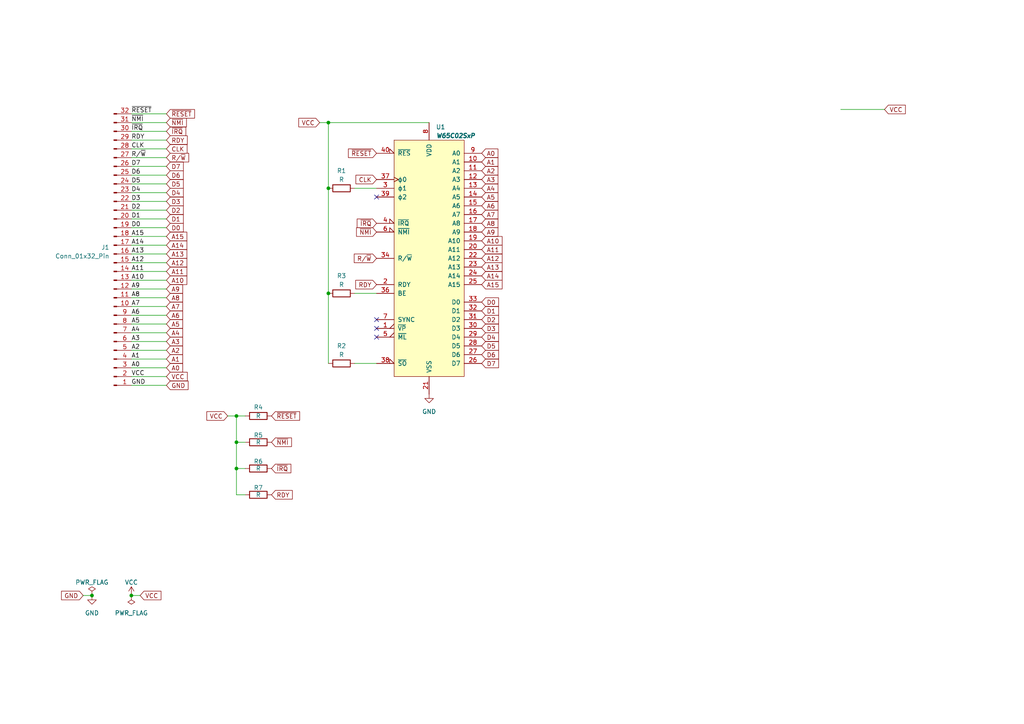
<source format=kicad_sch>
(kicad_sch (version 20230121) (generator eeschema)

  (uuid b10f1d52-6559-4568-b0a0-068380df984a)

  (paper "A4")

  (lib_symbols
    (symbol "65xx:W65C02SxP" (pin_names (offset 1.016)) (in_bom yes) (on_board yes)
      (property "Reference" "U" (at -10.16 35.56 0)
        (effects (font (size 1.27 1.27)) (justify left))
      )
      (property "Value" "W65C02SxP" (at 0 0 90)
        (effects (font (size 1.27 1.27) bold italic))
      )
      (property "Footprint" "Package_DIP:DIP-40_W15.24mm" (at 0 50.8 0)
        (effects (font (size 1.27 1.27)) hide)
      )
      (property "Datasheet" "http://www.westerndesigncenter.com/wdc/documentation/w65c02s.pdf" (at 0 48.26 0)
        (effects (font (size 1.27 1.27)) hide)
      )
      (property "ki_keywords" "6502 CPU uP" (at 0 0 0)
        (effects (font (size 1.27 1.27)) hide)
      )
      (property "ki_description" "W65C02S 8-bit CMOS General Purpose Microprocessor, DIP-40" (at 0 0 0)
        (effects (font (size 1.27 1.27)) hide)
      )
      (property "ki_fp_filters" "DIP-40_W15.24mm*" (at 0 0 0)
        (effects (font (size 1.27 1.27)) hide)
      )
      (symbol "W65C02SxP_0_1"
        (rectangle (start -10.16 34.29) (end 10.16 -34.29)
          (stroke (width 0) (type default))
          (fill (type background))
        )
      )
      (symbol "W65C02SxP_1_1"
        (pin output output_low (at -15.24 -20.32 0) (length 5.08)
          (name "~{VP}" (effects (font (size 1.27 1.27))))
          (number "1" (effects (font (size 1.27 1.27))))
        )
        (pin tri_state line (at 15.24 27.94 180) (length 5.08)
          (name "A1" (effects (font (size 1.27 1.27))))
          (number "10" (effects (font (size 1.27 1.27))))
        )
        (pin tri_state line (at 15.24 25.4 180) (length 5.08)
          (name "A2" (effects (font (size 1.27 1.27))))
          (number "11" (effects (font (size 1.27 1.27))))
        )
        (pin tri_state line (at 15.24 22.86 180) (length 5.08)
          (name "A3" (effects (font (size 1.27 1.27))))
          (number "12" (effects (font (size 1.27 1.27))))
        )
        (pin tri_state line (at 15.24 20.32 180) (length 5.08)
          (name "A4" (effects (font (size 1.27 1.27))))
          (number "13" (effects (font (size 1.27 1.27))))
        )
        (pin tri_state line (at 15.24 17.78 180) (length 5.08)
          (name "A5" (effects (font (size 1.27 1.27))))
          (number "14" (effects (font (size 1.27 1.27))))
        )
        (pin tri_state line (at 15.24 15.24 180) (length 5.08)
          (name "A6" (effects (font (size 1.27 1.27))))
          (number "15" (effects (font (size 1.27 1.27))))
        )
        (pin tri_state line (at 15.24 12.7 180) (length 5.08)
          (name "A7" (effects (font (size 1.27 1.27))))
          (number "16" (effects (font (size 1.27 1.27))))
        )
        (pin tri_state line (at 15.24 10.16 180) (length 5.08)
          (name "A8" (effects (font (size 1.27 1.27))))
          (number "17" (effects (font (size 1.27 1.27))))
        )
        (pin tri_state line (at 15.24 7.62 180) (length 5.08)
          (name "A9" (effects (font (size 1.27 1.27))))
          (number "18" (effects (font (size 1.27 1.27))))
        )
        (pin tri_state line (at 15.24 5.08 180) (length 5.08)
          (name "A10" (effects (font (size 1.27 1.27))))
          (number "19" (effects (font (size 1.27 1.27))))
        )
        (pin open_collector line (at -15.24 -7.62 0) (length 5.08)
          (name "RDY" (effects (font (size 1.27 1.27))))
          (number "2" (effects (font (size 1.27 1.27))))
        )
        (pin tri_state line (at 15.24 2.54 180) (length 5.08)
          (name "A11" (effects (font (size 1.27 1.27))))
          (number "20" (effects (font (size 1.27 1.27))))
        )
        (pin power_in line (at 0 -39.37 90) (length 5.08)
          (name "VSS" (effects (font (size 1.27 1.27))))
          (number "21" (effects (font (size 1.27 1.27))))
        )
        (pin tri_state line (at 15.24 0 180) (length 5.08)
          (name "A12" (effects (font (size 1.27 1.27))))
          (number "22" (effects (font (size 1.27 1.27))))
        )
        (pin tri_state line (at 15.24 -2.54 180) (length 5.08)
          (name "A13" (effects (font (size 1.27 1.27))))
          (number "23" (effects (font (size 1.27 1.27))))
        )
        (pin tri_state line (at 15.24 -5.08 180) (length 5.08)
          (name "A14" (effects (font (size 1.27 1.27))))
          (number "24" (effects (font (size 1.27 1.27))))
        )
        (pin tri_state line (at 15.24 -7.62 180) (length 5.08)
          (name "A15" (effects (font (size 1.27 1.27))))
          (number "25" (effects (font (size 1.27 1.27))))
        )
        (pin bidirectional line (at 15.24 -30.48 180) (length 5.08)
          (name "D7" (effects (font (size 1.27 1.27))))
          (number "26" (effects (font (size 1.27 1.27))))
        )
        (pin bidirectional line (at 15.24 -27.94 180) (length 5.08)
          (name "D6" (effects (font (size 1.27 1.27))))
          (number "27" (effects (font (size 1.27 1.27))))
        )
        (pin bidirectional line (at 15.24 -25.4 180) (length 5.08)
          (name "D5" (effects (font (size 1.27 1.27))))
          (number "28" (effects (font (size 1.27 1.27))))
        )
        (pin bidirectional line (at 15.24 -22.86 180) (length 5.08)
          (name "D4" (effects (font (size 1.27 1.27))))
          (number "29" (effects (font (size 1.27 1.27))))
        )
        (pin output line (at -15.24 20.32 0) (length 5.08)
          (name "ϕ1" (effects (font (size 1.27 1.27))))
          (number "3" (effects (font (size 1.27 1.27))))
        )
        (pin bidirectional line (at 15.24 -20.32 180) (length 5.08)
          (name "D3" (effects (font (size 1.27 1.27))))
          (number "30" (effects (font (size 1.27 1.27))))
        )
        (pin bidirectional line (at 15.24 -17.78 180) (length 5.08)
          (name "D2" (effects (font (size 1.27 1.27))))
          (number "31" (effects (font (size 1.27 1.27))))
        )
        (pin bidirectional line (at 15.24 -15.24 180) (length 5.08)
          (name "D1" (effects (font (size 1.27 1.27))))
          (number "32" (effects (font (size 1.27 1.27))))
        )
        (pin bidirectional line (at 15.24 -12.7 180) (length 5.08)
          (name "D0" (effects (font (size 1.27 1.27))))
          (number "33" (effects (font (size 1.27 1.27))))
        )
        (pin tri_state line (at -15.24 0 0) (length 5.08)
          (name "R/~{W}" (effects (font (size 1.27 1.27))))
          (number "34" (effects (font (size 1.27 1.27))))
        )
        (pin no_connect non_logic (at -10.16 -27.94 0) (length 2.54) hide
          (name "nc" (effects (font (size 1.27 1.27))))
          (number "35" (effects (font (size 1.27 1.27))))
        )
        (pin input line (at -15.24 -10.16 0) (length 5.08)
          (name "BE" (effects (font (size 1.27 1.27))))
          (number "36" (effects (font (size 1.27 1.27))))
        )
        (pin input clock (at -15.24 22.86 0) (length 5.08)
          (name "ϕ0" (effects (font (size 1.27 1.27))))
          (number "37" (effects (font (size 1.27 1.27))))
        )
        (pin input input_low (at -15.24 -30.48 0) (length 5.08)
          (name "~{SO}" (effects (font (size 1.27 1.27))))
          (number "38" (effects (font (size 1.27 1.27))))
        )
        (pin output line (at -15.24 17.78 0) (length 5.08)
          (name "ϕ2" (effects (font (size 1.27 1.27))))
          (number "39" (effects (font (size 1.27 1.27))))
        )
        (pin input input_low (at -15.24 10.16 0) (length 5.08)
          (name "~{IRQ}" (effects (font (size 1.27 1.27))))
          (number "4" (effects (font (size 1.27 1.27))))
        )
        (pin input input_low (at -15.24 30.48 0) (length 5.08)
          (name "~{RES}" (effects (font (size 1.27 1.27))))
          (number "40" (effects (font (size 1.27 1.27))))
        )
        (pin output output_low (at -15.24 -22.86 0) (length 5.08)
          (name "~{ML}" (effects (font (size 1.27 1.27))))
          (number "5" (effects (font (size 1.27 1.27))))
        )
        (pin input input_low (at -15.24 7.62 0) (length 5.08)
          (name "~{NMI}" (effects (font (size 1.27 1.27))))
          (number "6" (effects (font (size 1.27 1.27))))
        )
        (pin output line (at -15.24 -17.78 0) (length 5.08)
          (name "SYNC" (effects (font (size 1.27 1.27))))
          (number "7" (effects (font (size 1.27 1.27))))
        )
        (pin power_in line (at 0 39.37 270) (length 5.08)
          (name "VDD" (effects (font (size 1.27 1.27))))
          (number "8" (effects (font (size 1.27 1.27))))
        )
        (pin tri_state line (at 15.24 30.48 180) (length 5.08)
          (name "A0" (effects (font (size 1.27 1.27))))
          (number "9" (effects (font (size 1.27 1.27))))
        )
      )
    )
    (symbol "Connector:Conn_01x32_Pin" (pin_names (offset 1.016) hide) (in_bom yes) (on_board yes)
      (property "Reference" "J" (at 0 40.64 0)
        (effects (font (size 1.27 1.27)))
      )
      (property "Value" "Conn_01x32_Pin" (at 0 -43.18 0)
        (effects (font (size 1.27 1.27)))
      )
      (property "Footprint" "" (at 0 0 0)
        (effects (font (size 1.27 1.27)) hide)
      )
      (property "Datasheet" "~" (at 0 0 0)
        (effects (font (size 1.27 1.27)) hide)
      )
      (property "ki_locked" "" (at 0 0 0)
        (effects (font (size 1.27 1.27)))
      )
      (property "ki_keywords" "connector" (at 0 0 0)
        (effects (font (size 1.27 1.27)) hide)
      )
      (property "ki_description" "Generic connector, single row, 01x32, script generated" (at 0 0 0)
        (effects (font (size 1.27 1.27)) hide)
      )
      (property "ki_fp_filters" "Connector*:*_1x??_*" (at 0 0 0)
        (effects (font (size 1.27 1.27)) hide)
      )
      (symbol "Conn_01x32_Pin_1_1"
        (polyline
          (pts
            (xy 1.27 -40.64)
            (xy 0.8636 -40.64)
          )
          (stroke (width 0.1524) (type default))
          (fill (type none))
        )
        (polyline
          (pts
            (xy 1.27 -38.1)
            (xy 0.8636 -38.1)
          )
          (stroke (width 0.1524) (type default))
          (fill (type none))
        )
        (polyline
          (pts
            (xy 1.27 -35.56)
            (xy 0.8636 -35.56)
          )
          (stroke (width 0.1524) (type default))
          (fill (type none))
        )
        (polyline
          (pts
            (xy 1.27 -33.02)
            (xy 0.8636 -33.02)
          )
          (stroke (width 0.1524) (type default))
          (fill (type none))
        )
        (polyline
          (pts
            (xy 1.27 -30.48)
            (xy 0.8636 -30.48)
          )
          (stroke (width 0.1524) (type default))
          (fill (type none))
        )
        (polyline
          (pts
            (xy 1.27 -27.94)
            (xy 0.8636 -27.94)
          )
          (stroke (width 0.1524) (type default))
          (fill (type none))
        )
        (polyline
          (pts
            (xy 1.27 -25.4)
            (xy 0.8636 -25.4)
          )
          (stroke (width 0.1524) (type default))
          (fill (type none))
        )
        (polyline
          (pts
            (xy 1.27 -22.86)
            (xy 0.8636 -22.86)
          )
          (stroke (width 0.1524) (type default))
          (fill (type none))
        )
        (polyline
          (pts
            (xy 1.27 -20.32)
            (xy 0.8636 -20.32)
          )
          (stroke (width 0.1524) (type default))
          (fill (type none))
        )
        (polyline
          (pts
            (xy 1.27 -17.78)
            (xy 0.8636 -17.78)
          )
          (stroke (width 0.1524) (type default))
          (fill (type none))
        )
        (polyline
          (pts
            (xy 1.27 -15.24)
            (xy 0.8636 -15.24)
          )
          (stroke (width 0.1524) (type default))
          (fill (type none))
        )
        (polyline
          (pts
            (xy 1.27 -12.7)
            (xy 0.8636 -12.7)
          )
          (stroke (width 0.1524) (type default))
          (fill (type none))
        )
        (polyline
          (pts
            (xy 1.27 -10.16)
            (xy 0.8636 -10.16)
          )
          (stroke (width 0.1524) (type default))
          (fill (type none))
        )
        (polyline
          (pts
            (xy 1.27 -7.62)
            (xy 0.8636 -7.62)
          )
          (stroke (width 0.1524) (type default))
          (fill (type none))
        )
        (polyline
          (pts
            (xy 1.27 -5.08)
            (xy 0.8636 -5.08)
          )
          (stroke (width 0.1524) (type default))
          (fill (type none))
        )
        (polyline
          (pts
            (xy 1.27 -2.54)
            (xy 0.8636 -2.54)
          )
          (stroke (width 0.1524) (type default))
          (fill (type none))
        )
        (polyline
          (pts
            (xy 1.27 0)
            (xy 0.8636 0)
          )
          (stroke (width 0.1524) (type default))
          (fill (type none))
        )
        (polyline
          (pts
            (xy 1.27 2.54)
            (xy 0.8636 2.54)
          )
          (stroke (width 0.1524) (type default))
          (fill (type none))
        )
        (polyline
          (pts
            (xy 1.27 5.08)
            (xy 0.8636 5.08)
          )
          (stroke (width 0.1524) (type default))
          (fill (type none))
        )
        (polyline
          (pts
            (xy 1.27 7.62)
            (xy 0.8636 7.62)
          )
          (stroke (width 0.1524) (type default))
          (fill (type none))
        )
        (polyline
          (pts
            (xy 1.27 10.16)
            (xy 0.8636 10.16)
          )
          (stroke (width 0.1524) (type default))
          (fill (type none))
        )
        (polyline
          (pts
            (xy 1.27 12.7)
            (xy 0.8636 12.7)
          )
          (stroke (width 0.1524) (type default))
          (fill (type none))
        )
        (polyline
          (pts
            (xy 1.27 15.24)
            (xy 0.8636 15.24)
          )
          (stroke (width 0.1524) (type default))
          (fill (type none))
        )
        (polyline
          (pts
            (xy 1.27 17.78)
            (xy 0.8636 17.78)
          )
          (stroke (width 0.1524) (type default))
          (fill (type none))
        )
        (polyline
          (pts
            (xy 1.27 20.32)
            (xy 0.8636 20.32)
          )
          (stroke (width 0.1524) (type default))
          (fill (type none))
        )
        (polyline
          (pts
            (xy 1.27 22.86)
            (xy 0.8636 22.86)
          )
          (stroke (width 0.1524) (type default))
          (fill (type none))
        )
        (polyline
          (pts
            (xy 1.27 25.4)
            (xy 0.8636 25.4)
          )
          (stroke (width 0.1524) (type default))
          (fill (type none))
        )
        (polyline
          (pts
            (xy 1.27 27.94)
            (xy 0.8636 27.94)
          )
          (stroke (width 0.1524) (type default))
          (fill (type none))
        )
        (polyline
          (pts
            (xy 1.27 30.48)
            (xy 0.8636 30.48)
          )
          (stroke (width 0.1524) (type default))
          (fill (type none))
        )
        (polyline
          (pts
            (xy 1.27 33.02)
            (xy 0.8636 33.02)
          )
          (stroke (width 0.1524) (type default))
          (fill (type none))
        )
        (polyline
          (pts
            (xy 1.27 35.56)
            (xy 0.8636 35.56)
          )
          (stroke (width 0.1524) (type default))
          (fill (type none))
        )
        (polyline
          (pts
            (xy 1.27 38.1)
            (xy 0.8636 38.1)
          )
          (stroke (width 0.1524) (type default))
          (fill (type none))
        )
        (rectangle (start 0.8636 -40.513) (end 0 -40.767)
          (stroke (width 0.1524) (type default))
          (fill (type outline))
        )
        (rectangle (start 0.8636 -37.973) (end 0 -38.227)
          (stroke (width 0.1524) (type default))
          (fill (type outline))
        )
        (rectangle (start 0.8636 -35.433) (end 0 -35.687)
          (stroke (width 0.1524) (type default))
          (fill (type outline))
        )
        (rectangle (start 0.8636 -32.893) (end 0 -33.147)
          (stroke (width 0.1524) (type default))
          (fill (type outline))
        )
        (rectangle (start 0.8636 -30.353) (end 0 -30.607)
          (stroke (width 0.1524) (type default))
          (fill (type outline))
        )
        (rectangle (start 0.8636 -27.813) (end 0 -28.067)
          (stroke (width 0.1524) (type default))
          (fill (type outline))
        )
        (rectangle (start 0.8636 -25.273) (end 0 -25.527)
          (stroke (width 0.1524) (type default))
          (fill (type outline))
        )
        (rectangle (start 0.8636 -22.733) (end 0 -22.987)
          (stroke (width 0.1524) (type default))
          (fill (type outline))
        )
        (rectangle (start 0.8636 -20.193) (end 0 -20.447)
          (stroke (width 0.1524) (type default))
          (fill (type outline))
        )
        (rectangle (start 0.8636 -17.653) (end 0 -17.907)
          (stroke (width 0.1524) (type default))
          (fill (type outline))
        )
        (rectangle (start 0.8636 -15.113) (end 0 -15.367)
          (stroke (width 0.1524) (type default))
          (fill (type outline))
        )
        (rectangle (start 0.8636 -12.573) (end 0 -12.827)
          (stroke (width 0.1524) (type default))
          (fill (type outline))
        )
        (rectangle (start 0.8636 -10.033) (end 0 -10.287)
          (stroke (width 0.1524) (type default))
          (fill (type outline))
        )
        (rectangle (start 0.8636 -7.493) (end 0 -7.747)
          (stroke (width 0.1524) (type default))
          (fill (type outline))
        )
        (rectangle (start 0.8636 -4.953) (end 0 -5.207)
          (stroke (width 0.1524) (type default))
          (fill (type outline))
        )
        (rectangle (start 0.8636 -2.413) (end 0 -2.667)
          (stroke (width 0.1524) (type default))
          (fill (type outline))
        )
        (rectangle (start 0.8636 0.127) (end 0 -0.127)
          (stroke (width 0.1524) (type default))
          (fill (type outline))
        )
        (rectangle (start 0.8636 2.667) (end 0 2.413)
          (stroke (width 0.1524) (type default))
          (fill (type outline))
        )
        (rectangle (start 0.8636 5.207) (end 0 4.953)
          (stroke (width 0.1524) (type default))
          (fill (type outline))
        )
        (rectangle (start 0.8636 7.747) (end 0 7.493)
          (stroke (width 0.1524) (type default))
          (fill (type outline))
        )
        (rectangle (start 0.8636 10.287) (end 0 10.033)
          (stroke (width 0.1524) (type default))
          (fill (type outline))
        )
        (rectangle (start 0.8636 12.827) (end 0 12.573)
          (stroke (width 0.1524) (type default))
          (fill (type outline))
        )
        (rectangle (start 0.8636 15.367) (end 0 15.113)
          (stroke (width 0.1524) (type default))
          (fill (type outline))
        )
        (rectangle (start 0.8636 17.907) (end 0 17.653)
          (stroke (width 0.1524) (type default))
          (fill (type outline))
        )
        (rectangle (start 0.8636 20.447) (end 0 20.193)
          (stroke (width 0.1524) (type default))
          (fill (type outline))
        )
        (rectangle (start 0.8636 22.987) (end 0 22.733)
          (stroke (width 0.1524) (type default))
          (fill (type outline))
        )
        (rectangle (start 0.8636 25.527) (end 0 25.273)
          (stroke (width 0.1524) (type default))
          (fill (type outline))
        )
        (rectangle (start 0.8636 28.067) (end 0 27.813)
          (stroke (width 0.1524) (type default))
          (fill (type outline))
        )
        (rectangle (start 0.8636 30.607) (end 0 30.353)
          (stroke (width 0.1524) (type default))
          (fill (type outline))
        )
        (rectangle (start 0.8636 33.147) (end 0 32.893)
          (stroke (width 0.1524) (type default))
          (fill (type outline))
        )
        (rectangle (start 0.8636 35.687) (end 0 35.433)
          (stroke (width 0.1524) (type default))
          (fill (type outline))
        )
        (rectangle (start 0.8636 38.227) (end 0 37.973)
          (stroke (width 0.1524) (type default))
          (fill (type outline))
        )
        (pin passive line (at 5.08 38.1 180) (length 3.81)
          (name "Pin_1" (effects (font (size 1.27 1.27))))
          (number "1" (effects (font (size 1.27 1.27))))
        )
        (pin passive line (at 5.08 15.24 180) (length 3.81)
          (name "Pin_10" (effects (font (size 1.27 1.27))))
          (number "10" (effects (font (size 1.27 1.27))))
        )
        (pin passive line (at 5.08 12.7 180) (length 3.81)
          (name "Pin_11" (effects (font (size 1.27 1.27))))
          (number "11" (effects (font (size 1.27 1.27))))
        )
        (pin passive line (at 5.08 10.16 180) (length 3.81)
          (name "Pin_12" (effects (font (size 1.27 1.27))))
          (number "12" (effects (font (size 1.27 1.27))))
        )
        (pin passive line (at 5.08 7.62 180) (length 3.81)
          (name "Pin_13" (effects (font (size 1.27 1.27))))
          (number "13" (effects (font (size 1.27 1.27))))
        )
        (pin passive line (at 5.08 5.08 180) (length 3.81)
          (name "Pin_14" (effects (font (size 1.27 1.27))))
          (number "14" (effects (font (size 1.27 1.27))))
        )
        (pin passive line (at 5.08 2.54 180) (length 3.81)
          (name "Pin_15" (effects (font (size 1.27 1.27))))
          (number "15" (effects (font (size 1.27 1.27))))
        )
        (pin passive line (at 5.08 0 180) (length 3.81)
          (name "Pin_16" (effects (font (size 1.27 1.27))))
          (number "16" (effects (font (size 1.27 1.27))))
        )
        (pin passive line (at 5.08 -2.54 180) (length 3.81)
          (name "Pin_17" (effects (font (size 1.27 1.27))))
          (number "17" (effects (font (size 1.27 1.27))))
        )
        (pin passive line (at 5.08 -5.08 180) (length 3.81)
          (name "Pin_18" (effects (font (size 1.27 1.27))))
          (number "18" (effects (font (size 1.27 1.27))))
        )
        (pin passive line (at 5.08 -7.62 180) (length 3.81)
          (name "Pin_19" (effects (font (size 1.27 1.27))))
          (number "19" (effects (font (size 1.27 1.27))))
        )
        (pin passive line (at 5.08 35.56 180) (length 3.81)
          (name "Pin_2" (effects (font (size 1.27 1.27))))
          (number "2" (effects (font (size 1.27 1.27))))
        )
        (pin passive line (at 5.08 -10.16 180) (length 3.81)
          (name "Pin_20" (effects (font (size 1.27 1.27))))
          (number "20" (effects (font (size 1.27 1.27))))
        )
        (pin passive line (at 5.08 -12.7 180) (length 3.81)
          (name "Pin_21" (effects (font (size 1.27 1.27))))
          (number "21" (effects (font (size 1.27 1.27))))
        )
        (pin passive line (at 5.08 -15.24 180) (length 3.81)
          (name "Pin_22" (effects (font (size 1.27 1.27))))
          (number "22" (effects (font (size 1.27 1.27))))
        )
        (pin passive line (at 5.08 -17.78 180) (length 3.81)
          (name "Pin_23" (effects (font (size 1.27 1.27))))
          (number "23" (effects (font (size 1.27 1.27))))
        )
        (pin passive line (at 5.08 -20.32 180) (length 3.81)
          (name "Pin_24" (effects (font (size 1.27 1.27))))
          (number "24" (effects (font (size 1.27 1.27))))
        )
        (pin passive line (at 5.08 -22.86 180) (length 3.81)
          (name "Pin_25" (effects (font (size 1.27 1.27))))
          (number "25" (effects (font (size 1.27 1.27))))
        )
        (pin passive line (at 5.08 -25.4 180) (length 3.81)
          (name "Pin_26" (effects (font (size 1.27 1.27))))
          (number "26" (effects (font (size 1.27 1.27))))
        )
        (pin passive line (at 5.08 -27.94 180) (length 3.81)
          (name "Pin_27" (effects (font (size 1.27 1.27))))
          (number "27" (effects (font (size 1.27 1.27))))
        )
        (pin passive line (at 5.08 -30.48 180) (length 3.81)
          (name "Pin_28" (effects (font (size 1.27 1.27))))
          (number "28" (effects (font (size 1.27 1.27))))
        )
        (pin passive line (at 5.08 -33.02 180) (length 3.81)
          (name "Pin_29" (effects (font (size 1.27 1.27))))
          (number "29" (effects (font (size 1.27 1.27))))
        )
        (pin passive line (at 5.08 33.02 180) (length 3.81)
          (name "Pin_3" (effects (font (size 1.27 1.27))))
          (number "3" (effects (font (size 1.27 1.27))))
        )
        (pin passive line (at 5.08 -35.56 180) (length 3.81)
          (name "Pin_30" (effects (font (size 1.27 1.27))))
          (number "30" (effects (font (size 1.27 1.27))))
        )
        (pin passive line (at 5.08 -38.1 180) (length 3.81)
          (name "Pin_31" (effects (font (size 1.27 1.27))))
          (number "31" (effects (font (size 1.27 1.27))))
        )
        (pin passive line (at 5.08 -40.64 180) (length 3.81)
          (name "Pin_32" (effects (font (size 1.27 1.27))))
          (number "32" (effects (font (size 1.27 1.27))))
        )
        (pin passive line (at 5.08 30.48 180) (length 3.81)
          (name "Pin_4" (effects (font (size 1.27 1.27))))
          (number "4" (effects (font (size 1.27 1.27))))
        )
        (pin passive line (at 5.08 27.94 180) (length 3.81)
          (name "Pin_5" (effects (font (size 1.27 1.27))))
          (number "5" (effects (font (size 1.27 1.27))))
        )
        (pin passive line (at 5.08 25.4 180) (length 3.81)
          (name "Pin_6" (effects (font (size 1.27 1.27))))
          (number "6" (effects (font (size 1.27 1.27))))
        )
        (pin passive line (at 5.08 22.86 180) (length 3.81)
          (name "Pin_7" (effects (font (size 1.27 1.27))))
          (number "7" (effects (font (size 1.27 1.27))))
        )
        (pin passive line (at 5.08 20.32 180) (length 3.81)
          (name "Pin_8" (effects (font (size 1.27 1.27))))
          (number "8" (effects (font (size 1.27 1.27))))
        )
        (pin passive line (at 5.08 17.78 180) (length 3.81)
          (name "Pin_9" (effects (font (size 1.27 1.27))))
          (number "9" (effects (font (size 1.27 1.27))))
        )
      )
    )
    (symbol "Device:R" (pin_numbers hide) (pin_names (offset 0)) (in_bom yes) (on_board yes)
      (property "Reference" "R" (at 2.032 0 90)
        (effects (font (size 1.27 1.27)))
      )
      (property "Value" "R" (at 0 0 90)
        (effects (font (size 1.27 1.27)))
      )
      (property "Footprint" "" (at -1.778 0 90)
        (effects (font (size 1.27 1.27)) hide)
      )
      (property "Datasheet" "~" (at 0 0 0)
        (effects (font (size 1.27 1.27)) hide)
      )
      (property "ki_keywords" "R res resistor" (at 0 0 0)
        (effects (font (size 1.27 1.27)) hide)
      )
      (property "ki_description" "Resistor" (at 0 0 0)
        (effects (font (size 1.27 1.27)) hide)
      )
      (property "ki_fp_filters" "R_*" (at 0 0 0)
        (effects (font (size 1.27 1.27)) hide)
      )
      (symbol "R_0_1"
        (rectangle (start -1.016 -2.54) (end 1.016 2.54)
          (stroke (width 0.254) (type default))
          (fill (type none))
        )
      )
      (symbol "R_1_1"
        (pin passive line (at 0 3.81 270) (length 1.27)
          (name "~" (effects (font (size 1.27 1.27))))
          (number "1" (effects (font (size 1.27 1.27))))
        )
        (pin passive line (at 0 -3.81 90) (length 1.27)
          (name "~" (effects (font (size 1.27 1.27))))
          (number "2" (effects (font (size 1.27 1.27))))
        )
      )
    )
    (symbol "power:GND" (power) (pin_names (offset 0)) (in_bom yes) (on_board yes)
      (property "Reference" "#PWR" (at 0 -6.35 0)
        (effects (font (size 1.27 1.27)) hide)
      )
      (property "Value" "GND" (at 0 -3.81 0)
        (effects (font (size 1.27 1.27)))
      )
      (property "Footprint" "" (at 0 0 0)
        (effects (font (size 1.27 1.27)) hide)
      )
      (property "Datasheet" "" (at 0 0 0)
        (effects (font (size 1.27 1.27)) hide)
      )
      (property "ki_keywords" "global power" (at 0 0 0)
        (effects (font (size 1.27 1.27)) hide)
      )
      (property "ki_description" "Power symbol creates a global label with name \"GND\" , ground" (at 0 0 0)
        (effects (font (size 1.27 1.27)) hide)
      )
      (symbol "GND_0_1"
        (polyline
          (pts
            (xy 0 0)
            (xy 0 -1.27)
            (xy 1.27 -1.27)
            (xy 0 -2.54)
            (xy -1.27 -1.27)
            (xy 0 -1.27)
          )
          (stroke (width 0) (type default))
          (fill (type none))
        )
      )
      (symbol "GND_1_1"
        (pin power_in line (at 0 0 270) (length 0) hide
          (name "GND" (effects (font (size 1.27 1.27))))
          (number "1" (effects (font (size 1.27 1.27))))
        )
      )
    )
    (symbol "power:PWR_FLAG" (power) (pin_numbers hide) (pin_names (offset 0) hide) (in_bom yes) (on_board yes)
      (property "Reference" "#FLG" (at 0 1.905 0)
        (effects (font (size 1.27 1.27)) hide)
      )
      (property "Value" "PWR_FLAG" (at 0 3.81 0)
        (effects (font (size 1.27 1.27)))
      )
      (property "Footprint" "" (at 0 0 0)
        (effects (font (size 1.27 1.27)) hide)
      )
      (property "Datasheet" "~" (at 0 0 0)
        (effects (font (size 1.27 1.27)) hide)
      )
      (property "ki_keywords" "flag power" (at 0 0 0)
        (effects (font (size 1.27 1.27)) hide)
      )
      (property "ki_description" "Special symbol for telling ERC where power comes from" (at 0 0 0)
        (effects (font (size 1.27 1.27)) hide)
      )
      (symbol "PWR_FLAG_0_0"
        (pin power_out line (at 0 0 90) (length 0)
          (name "pwr" (effects (font (size 1.27 1.27))))
          (number "1" (effects (font (size 1.27 1.27))))
        )
      )
      (symbol "PWR_FLAG_0_1"
        (polyline
          (pts
            (xy 0 0)
            (xy 0 1.27)
            (xy -1.016 1.905)
            (xy 0 2.54)
            (xy 1.016 1.905)
            (xy 0 1.27)
          )
          (stroke (width 0) (type default))
          (fill (type none))
        )
      )
    )
    (symbol "power:VCC" (power) (pin_names (offset 0)) (in_bom yes) (on_board yes)
      (property "Reference" "#PWR" (at 0 -3.81 0)
        (effects (font (size 1.27 1.27)) hide)
      )
      (property "Value" "VCC" (at 0 3.81 0)
        (effects (font (size 1.27 1.27)))
      )
      (property "Footprint" "" (at 0 0 0)
        (effects (font (size 1.27 1.27)) hide)
      )
      (property "Datasheet" "" (at 0 0 0)
        (effects (font (size 1.27 1.27)) hide)
      )
      (property "ki_keywords" "global power" (at 0 0 0)
        (effects (font (size 1.27 1.27)) hide)
      )
      (property "ki_description" "Power symbol creates a global label with name \"VCC\"" (at 0 0 0)
        (effects (font (size 1.27 1.27)) hide)
      )
      (symbol "VCC_0_1"
        (polyline
          (pts
            (xy -0.762 1.27)
            (xy 0 2.54)
          )
          (stroke (width 0) (type default))
          (fill (type none))
        )
        (polyline
          (pts
            (xy 0 0)
            (xy 0 2.54)
          )
          (stroke (width 0) (type default))
          (fill (type none))
        )
        (polyline
          (pts
            (xy 0 2.54)
            (xy 0.762 1.27)
          )
          (stroke (width 0) (type default))
          (fill (type none))
        )
      )
      (symbol "VCC_1_1"
        (pin power_in line (at 0 0 90) (length 0) hide
          (name "VCC" (effects (font (size 1.27 1.27))))
          (number "1" (effects (font (size 1.27 1.27))))
        )
      )
    )
  )

  (junction (at 68.58 135.89) (diameter 0) (color 0 0 0 0)
    (uuid 1cc159cd-56b0-4e56-9861-d45af7e3f697)
  )
  (junction (at 38.1 172.72) (diameter 0) (color 0 0 0 0)
    (uuid 7f9eb069-c299-48d4-aac2-aef534aaac8e)
  )
  (junction (at 95.25 35.56) (diameter 0) (color 0 0 0 0)
    (uuid a6024681-427e-4016-bdba-840d804f850e)
  )
  (junction (at 68.58 120.65) (diameter 0) (color 0 0 0 0)
    (uuid c17cac33-5c9c-4752-a32e-bf319fedcb40)
  )
  (junction (at 26.67 172.72) (diameter 0) (color 0 0 0 0)
    (uuid c2f83267-63e4-4d9e-8c47-96542439c0ee)
  )
  (junction (at 68.58 128.27) (diameter 0) (color 0 0 0 0)
    (uuid c7f32834-7850-41c6-8577-41f905add695)
  )
  (junction (at 95.25 54.61) (diameter 0) (color 0 0 0 0)
    (uuid da3cc9f6-d54a-488b-bdd6-1c2315a42a6c)
  )
  (junction (at 95.25 85.09) (diameter 0) (color 0 0 0 0)
    (uuid db134f75-b4a7-481c-afd4-17fa2931d271)
  )

  (no_connect (at 109.22 92.71) (uuid 09ace137-847e-4b21-8396-60749c0daefb))
  (no_connect (at 109.22 95.25) (uuid 6527d911-1942-4233-9599-b85943d5019d))
  (no_connect (at 109.22 57.15) (uuid 9cf07639-e418-4271-9d3e-387e8b5c6a8a))
  (no_connect (at 109.22 97.79) (uuid b1307110-8ca9-49c5-bed1-16a7f26afcdd))

  (wire (pts (xy 38.1 81.28) (xy 48.26 81.28))
    (stroke (width 0) (type default))
    (uuid 02c14bd2-6143-4c4e-bb4e-879578a89fde)
  )
  (wire (pts (xy 38.1 40.64) (xy 48.26 40.64))
    (stroke (width 0) (type default))
    (uuid 061db144-5676-4fa3-acf6-a7434fac8424)
  )
  (wire (pts (xy 38.1 99.06) (xy 48.26 99.06))
    (stroke (width 0) (type default))
    (uuid 0d856b2c-9421-4e95-a344-aad28867e17a)
  )
  (wire (pts (xy 68.58 135.89) (xy 71.12 135.89))
    (stroke (width 0) (type default))
    (uuid 0ff8a2da-c4c1-4939-a051-5ad6d1aa1810)
  )
  (wire (pts (xy 38.1 111.76) (xy 48.26 111.76))
    (stroke (width 0) (type default))
    (uuid 1755781d-005a-4be8-adc5-af260e5e7832)
  )
  (wire (pts (xy 68.58 128.27) (xy 68.58 135.89))
    (stroke (width 0) (type default))
    (uuid 2171f6e1-3089-4c12-b371-ffa9db8d7e56)
  )
  (wire (pts (xy 38.1 53.34) (xy 48.26 53.34))
    (stroke (width 0) (type default))
    (uuid 2618351c-39ab-45de-843b-95c90b325263)
  )
  (wire (pts (xy 38.1 48.26) (xy 48.26 48.26))
    (stroke (width 0) (type default))
    (uuid 28befee3-3a01-4a5a-94fe-79f3510c19a6)
  )
  (wire (pts (xy 38.1 43.18) (xy 48.26 43.18))
    (stroke (width 0) (type default))
    (uuid 29a82d57-210c-49d7-9284-3b2dd4aaa74e)
  )
  (wire (pts (xy 38.1 68.58) (xy 48.26 68.58))
    (stroke (width 0) (type default))
    (uuid 2aa6c9b9-ade7-4855-b2e9-a3d084db12f9)
  )
  (wire (pts (xy 68.58 143.51) (xy 71.12 143.51))
    (stroke (width 0) (type default))
    (uuid 300d7cbc-a55f-404c-a8f3-72e4414cb364)
  )
  (wire (pts (xy 243.84 31.75) (xy 256.54 31.75))
    (stroke (width 0) (type default))
    (uuid 36b57a42-3b2b-4281-8756-fc53d8d6fbdf)
  )
  (wire (pts (xy 68.58 120.65) (xy 71.12 120.65))
    (stroke (width 0) (type default))
    (uuid 394de5f7-34f5-4e48-a87e-5b7bddbb4211)
  )
  (wire (pts (xy 38.1 66.04) (xy 48.26 66.04))
    (stroke (width 0) (type default))
    (uuid 3ddef570-e8b2-4169-9a6e-e722db718433)
  )
  (wire (pts (xy 24.13 172.72) (xy 26.67 172.72))
    (stroke (width 0) (type default))
    (uuid 413d66cc-0e05-4977-b56b-16f892b07d49)
  )
  (wire (pts (xy 38.1 35.56) (xy 48.26 35.56))
    (stroke (width 0) (type default))
    (uuid 4c7bd0c9-7cd4-420e-9c33-d795bef59670)
  )
  (wire (pts (xy 38.1 91.44) (xy 48.26 91.44))
    (stroke (width 0) (type default))
    (uuid 4e124ba6-6e4d-47a1-aa02-b251af5a44a8)
  )
  (wire (pts (xy 38.1 104.14) (xy 48.26 104.14))
    (stroke (width 0) (type default))
    (uuid 5167d14d-385b-4924-9e7a-b1df357797fc)
  )
  (wire (pts (xy 38.1 86.36) (xy 48.26 86.36))
    (stroke (width 0) (type default))
    (uuid 532ccad8-38e9-496f-a03e-9fe87ccf12de)
  )
  (wire (pts (xy 38.1 109.22) (xy 48.26 109.22))
    (stroke (width 0) (type default))
    (uuid 582b7f5e-1a95-48c9-823e-9cc51f545bb8)
  )
  (wire (pts (xy 38.1 63.5) (xy 48.26 63.5))
    (stroke (width 0) (type default))
    (uuid 6472eca0-f137-4023-8cbb-04d31125f4b2)
  )
  (wire (pts (xy 95.25 54.61) (xy 95.25 85.09))
    (stroke (width 0) (type default))
    (uuid 66653fcf-0b83-4e3f-8f9e-c6559e587179)
  )
  (wire (pts (xy 38.1 58.42) (xy 48.26 58.42))
    (stroke (width 0) (type default))
    (uuid 6702b411-84b4-49fb-b366-4b271fdd3ab5)
  )
  (wire (pts (xy 38.1 33.02) (xy 48.26 33.02))
    (stroke (width 0) (type default))
    (uuid 71b927a3-5965-411c-8530-80ed1e1a9691)
  )
  (wire (pts (xy 38.1 55.88) (xy 48.26 55.88))
    (stroke (width 0) (type default))
    (uuid 7681eb88-051f-4322-b2eb-d6617750cf0b)
  )
  (wire (pts (xy 38.1 76.2) (xy 48.26 76.2))
    (stroke (width 0) (type default))
    (uuid 7884d2b1-5a02-4447-b57f-8be72e09d1ab)
  )
  (wire (pts (xy 92.71 35.56) (xy 95.25 35.56))
    (stroke (width 0) (type default))
    (uuid 7caaef65-3faf-411f-aebc-d6924e9f09f9)
  )
  (wire (pts (xy 38.1 83.82) (xy 48.26 83.82))
    (stroke (width 0) (type default))
    (uuid 7cad3597-781e-4cd1-ba5c-c205ab490d90)
  )
  (wire (pts (xy 102.87 85.09) (xy 109.22 85.09))
    (stroke (width 0) (type default))
    (uuid 83e1c4ad-76b2-46fd-853f-8e6b3bc94e15)
  )
  (wire (pts (xy 95.25 35.56) (xy 95.25 54.61))
    (stroke (width 0) (type default))
    (uuid 87015fa0-167e-455c-817d-3198bdc5d2c8)
  )
  (wire (pts (xy 38.1 38.1) (xy 48.26 38.1))
    (stroke (width 0) (type default))
    (uuid 8d344f43-cadd-4d69-b01e-7c3201e8cca4)
  )
  (wire (pts (xy 38.1 106.68) (xy 48.26 106.68))
    (stroke (width 0) (type default))
    (uuid 95a629c4-c775-4514-91c4-0d31f6af42fc)
  )
  (wire (pts (xy 102.87 105.41) (xy 109.22 105.41))
    (stroke (width 0) (type default))
    (uuid aaf9a531-85f6-44b9-b8c9-ae64530f4a75)
  )
  (wire (pts (xy 68.58 128.27) (xy 71.12 128.27))
    (stroke (width 0) (type default))
    (uuid abf8d6fa-1e46-479d-9d53-9cb3cfcd46ac)
  )
  (wire (pts (xy 38.1 93.98) (xy 48.26 93.98))
    (stroke (width 0) (type default))
    (uuid b7de500f-23ce-41fe-87ba-1eb2298e3db4)
  )
  (wire (pts (xy 38.1 96.52) (xy 48.26 96.52))
    (stroke (width 0) (type default))
    (uuid ba9e3214-4b5c-41ce-8d5b-870b77d26b62)
  )
  (wire (pts (xy 38.1 101.6) (xy 48.26 101.6))
    (stroke (width 0) (type default))
    (uuid bca3dd95-47a4-44a4-82d0-2fd75a9a75f8)
  )
  (wire (pts (xy 38.1 71.12) (xy 48.26 71.12))
    (stroke (width 0) (type default))
    (uuid bd9d8563-8440-41c7-a987-5bbdd5dfd45c)
  )
  (wire (pts (xy 38.1 172.72) (xy 40.64 172.72))
    (stroke (width 0) (type default))
    (uuid c1df09f0-c3f4-4164-8043-c8150d61079d)
  )
  (wire (pts (xy 95.25 35.56) (xy 124.46 35.56))
    (stroke (width 0) (type default))
    (uuid c6142eb7-443d-4f79-b25c-c5e2c3f05f80)
  )
  (wire (pts (xy 102.87 54.61) (xy 109.22 54.61))
    (stroke (width 0) (type default))
    (uuid c6b580f7-71aa-468a-b8e8-b1e1c3428a7f)
  )
  (wire (pts (xy 68.58 135.89) (xy 68.58 143.51))
    (stroke (width 0) (type default))
    (uuid c6fd0808-be4e-425e-a7d2-133c350ae281)
  )
  (wire (pts (xy 68.58 120.65) (xy 68.58 128.27))
    (stroke (width 0) (type default))
    (uuid cbb6a5d3-0ff5-447d-a19d-e8d233c47d36)
  )
  (wire (pts (xy 38.1 45.72) (xy 48.26 45.72))
    (stroke (width 0) (type default))
    (uuid cda9bbfe-e343-4800-8f76-1fda32577882)
  )
  (wire (pts (xy 38.1 73.66) (xy 48.26 73.66))
    (stroke (width 0) (type default))
    (uuid d12dd635-3628-4c96-9f9e-0760af372160)
  )
  (wire (pts (xy 38.1 50.8) (xy 48.26 50.8))
    (stroke (width 0) (type default))
    (uuid db471b2c-7f1c-43c0-b740-69d548a8f34a)
  )
  (wire (pts (xy 38.1 60.96) (xy 48.26 60.96))
    (stroke (width 0) (type default))
    (uuid e69c6d6f-95ea-406f-9b85-bfe409fc16d4)
  )
  (wire (pts (xy 38.1 78.74) (xy 48.26 78.74))
    (stroke (width 0) (type default))
    (uuid e74e00d7-e174-441b-9918-a97df49bdad0)
  )
  (wire (pts (xy 95.25 85.09) (xy 95.25 105.41))
    (stroke (width 0) (type default))
    (uuid ec05374f-0d3c-4c94-8d8a-8a28c1f07734)
  )
  (wire (pts (xy 38.1 88.9) (xy 48.26 88.9))
    (stroke (width 0) (type default))
    (uuid ee3ccf71-f9cb-4529-aabe-1f1471c68721)
  )
  (wire (pts (xy 66.04 120.65) (xy 68.58 120.65))
    (stroke (width 0) (type default))
    (uuid f82a373c-1898-4d36-8797-4b06d7109487)
  )

  (label "A3" (at 38.1 99.06 0) (fields_autoplaced)
    (effects (font (size 1.27 1.27)) (justify left bottom))
    (uuid 006ad022-cfe8-4337-9cdc-d880c6942e39)
  )
  (label "GND" (at 38.1 111.76 0) (fields_autoplaced)
    (effects (font (size 1.27 1.27)) (justify left bottom))
    (uuid 0546057a-c6aa-4695-b1fa-de591ee51ac2)
  )
  (label "R{slash}~{W}" (at 38.1 45.72 0) (fields_autoplaced)
    (effects (font (size 1.27 1.27)) (justify left bottom))
    (uuid 08f4576d-0460-46ea-b1f4-a0b12487ab79)
  )
  (label "A7" (at 38.1 88.9 0) (fields_autoplaced)
    (effects (font (size 1.27 1.27)) (justify left bottom))
    (uuid 21cbbc8a-d92f-43d7-9b87-a18d96b419ed)
  )
  (label "A12" (at 38.1 76.2 0) (fields_autoplaced)
    (effects (font (size 1.27 1.27)) (justify left bottom))
    (uuid 262a4854-e766-4408-9fef-fde420193255)
  )
  (label "A2" (at 38.1 101.6 0) (fields_autoplaced)
    (effects (font (size 1.27 1.27)) (justify left bottom))
    (uuid 2b88c360-f6e0-46a9-8ef1-c60f3b4034bf)
  )
  (label "D2" (at 38.1 60.96 0) (fields_autoplaced)
    (effects (font (size 1.27 1.27)) (justify left bottom))
    (uuid 2db30341-e8c1-4c60-a7a7-00c9f2ea2352)
  )
  (label "A11" (at 38.1 78.74 0) (fields_autoplaced)
    (effects (font (size 1.27 1.27)) (justify left bottom))
    (uuid 2dbd31dc-60d9-487f-acab-390e73d6cb9d)
  )
  (label "A10" (at 38.1 81.28 0) (fields_autoplaced)
    (effects (font (size 1.27 1.27)) (justify left bottom))
    (uuid 365223a7-1e19-4d67-8e73-e025b61a0c48)
  )
  (label "D5" (at 38.1 53.34 0) (fields_autoplaced)
    (effects (font (size 1.27 1.27)) (justify left bottom))
    (uuid 3d0f38fa-364f-412b-8376-a07de80fd3b9)
  )
  (label "A14" (at 38.1 71.12 0) (fields_autoplaced)
    (effects (font (size 1.27 1.27)) (justify left bottom))
    (uuid 431cd7b3-09ee-410a-8f50-a83a1b1928c5)
  )
  (label "CLK" (at 38.1 43.18 0) (fields_autoplaced)
    (effects (font (size 1.27 1.27)) (justify left bottom))
    (uuid 4bc66d8c-cfa2-4f30-b060-4631894ec8ab)
  )
  (label "D7" (at 38.1 48.26 0) (fields_autoplaced)
    (effects (font (size 1.27 1.27)) (justify left bottom))
    (uuid 5b2e26f0-ccc7-414d-9373-13490b96546b)
  )
  (label "A4" (at 38.1 96.52 0) (fields_autoplaced)
    (effects (font (size 1.27 1.27)) (justify left bottom))
    (uuid 6b5b6c3b-1f07-48f7-9435-1f362a0e648e)
  )
  (label "RDY" (at 38.1 40.64 0) (fields_autoplaced)
    (effects (font (size 1.27 1.27)) (justify left bottom))
    (uuid 6d0ab110-5163-4969-80c1-d64554c6e6a0)
  )
  (label "~{RESET}" (at 38.1 33.02 0) (fields_autoplaced)
    (effects (font (size 1.27 1.27)) (justify left bottom))
    (uuid 74519e8a-c73b-47b8-99ee-a56579e1cb68)
  )
  (label "~{NMI}" (at 38.1 35.56 0) (fields_autoplaced)
    (effects (font (size 1.27 1.27)) (justify left bottom))
    (uuid 777671ac-c704-4e98-8cf6-f1c43ffc4957)
  )
  (label "A13" (at 38.1 73.66 0) (fields_autoplaced)
    (effects (font (size 1.27 1.27)) (justify left bottom))
    (uuid 77e91a2d-371e-407d-9020-e9a50bad3d96)
  )
  (label "~{IRQ}" (at 38.1 38.1 0) (fields_autoplaced)
    (effects (font (size 1.27 1.27)) (justify left bottom))
    (uuid 8dcfa4a9-f96a-4de8-8445-703d2dee6420)
  )
  (label "D6" (at 38.1 50.8 0) (fields_autoplaced)
    (effects (font (size 1.27 1.27)) (justify left bottom))
    (uuid 9c589c27-0fbd-47e5-a97f-47ebec3e1529)
  )
  (label "A15" (at 38.1 68.58 0) (fields_autoplaced)
    (effects (font (size 1.27 1.27)) (justify left bottom))
    (uuid 9fda969c-9245-4bf5-989e-e83552098005)
  )
  (label "D0" (at 38.1 66.04 0) (fields_autoplaced)
    (effects (font (size 1.27 1.27)) (justify left bottom))
    (uuid a061680c-a764-495b-aaa9-096cd9587b72)
  )
  (label "A9" (at 38.1 83.82 0) (fields_autoplaced)
    (effects (font (size 1.27 1.27)) (justify left bottom))
    (uuid a46d5d0a-9dc1-412e-b504-c1c81f1dd4e2)
  )
  (label "A5" (at 38.1 93.98 0) (fields_autoplaced)
    (effects (font (size 1.27 1.27)) (justify left bottom))
    (uuid b90f628b-ba57-4fbe-beba-53115ae412c3)
  )
  (label "A6" (at 38.1 91.44 0) (fields_autoplaced)
    (effects (font (size 1.27 1.27)) (justify left bottom))
    (uuid ceddc4a6-73b1-4afe-ba28-3e6b5bad13e3)
  )
  (label "A0" (at 38.1 106.68 0) (fields_autoplaced)
    (effects (font (size 1.27 1.27)) (justify left bottom))
    (uuid d5bb1543-59fb-4e4b-a5c9-9fea0bdd03af)
  )
  (label "D1" (at 38.1 63.5 0) (fields_autoplaced)
    (effects (font (size 1.27 1.27)) (justify left bottom))
    (uuid d700d2d1-c96e-45fe-b012-71d94f8f822c)
  )
  (label "VCC" (at 38.1 109.22 0) (fields_autoplaced)
    (effects (font (size 1.27 1.27)) (justify left bottom))
    (uuid d7314d19-ad3c-40a3-8e7d-79b11ddb17a8)
  )
  (label "A1" (at 38.1 104.14 0) (fields_autoplaced)
    (effects (font (size 1.27 1.27)) (justify left bottom))
    (uuid d735268b-85ce-47a9-a04c-2bf9528273b4)
  )
  (label "D4" (at 38.1 55.88 0) (fields_autoplaced)
    (effects (font (size 1.27 1.27)) (justify left bottom))
    (uuid de27301a-00b7-4e20-a5bf-372134f31e51)
  )
  (label "A8" (at 38.1 86.36 0) (fields_autoplaced)
    (effects (font (size 1.27 1.27)) (justify left bottom))
    (uuid e438d36e-b90c-40aa-98ce-218be1e0dd47)
  )
  (label "D3" (at 38.1 58.42 0) (fields_autoplaced)
    (effects (font (size 1.27 1.27)) (justify left bottom))
    (uuid fe3151e5-166b-4ef1-bc4f-8eaf7b41a547)
  )

  (global_label "A5" (shape input) (at 139.7 57.15 0) (fields_autoplaced)
    (effects (font (size 1.27 1.27)) (justify left))
    (uuid 06ddce49-7745-424e-8a0d-c8c36f02cc72)
    (property "Intersheetrefs" "${INTERSHEET_REFS}" (at 144.9039 57.15 0)
      (effects (font (size 1.27 1.27)) (justify left) hide)
    )
  )
  (global_label "GND" (shape input) (at 48.26 111.76 0) (fields_autoplaced)
    (effects (font (size 1.27 1.27)) (justify left))
    (uuid 08140e23-c77a-409e-9bc8-d8ea26dbc72b)
    (property "Intersheetrefs" "${INTERSHEET_REFS}" (at 55.0363 111.76 0)
      (effects (font (size 1.27 1.27)) (justify left) hide)
    )
  )
  (global_label "A4" (shape input) (at 139.7 54.61 0) (fields_autoplaced)
    (effects (font (size 1.27 1.27)) (justify left))
    (uuid 09a482cb-d1e7-4d76-a0c9-85428d0490f4)
    (property "Intersheetrefs" "${INTERSHEET_REFS}" (at 144.9039 54.61 0)
      (effects (font (size 1.27 1.27)) (justify left) hide)
    )
  )
  (global_label "GND" (shape input) (at 24.13 172.72 180) (fields_autoplaced)
    (effects (font (size 1.27 1.27)) (justify right))
    (uuid 123e3406-a55a-4b3c-9c43-d731e576078b)
    (property "Intersheetrefs" "${INTERSHEET_REFS}" (at 17.3537 172.72 0)
      (effects (font (size 1.27 1.27)) (justify right) hide)
    )
  )
  (global_label "~{NMI}" (shape input) (at 78.74 128.27 0) (fields_autoplaced)
    (effects (font (size 1.27 1.27)) (justify left))
    (uuid 1479e7f2-020c-4563-ae78-71a633ab4aa3)
    (property "Intersheetrefs" "${INTERSHEET_REFS}" (at 85.9396 128.27 0)
      (effects (font (size 1.27 1.27)) (justify left) hide)
    )
  )
  (global_label "A7" (shape input) (at 139.7 62.23 0) (fields_autoplaced)
    (effects (font (size 1.27 1.27)) (justify left))
    (uuid 15d0b7c1-ee04-4026-a93d-be446549991e)
    (property "Intersheetrefs" "${INTERSHEET_REFS}" (at 144.9039 62.23 0)
      (effects (font (size 1.27 1.27)) (justify left) hide)
    )
  )
  (global_label "A8" (shape input) (at 139.7 64.77 0) (fields_autoplaced)
    (effects (font (size 1.27 1.27)) (justify left))
    (uuid 167f7d2b-f553-4253-bfd9-fe7329c26791)
    (property "Intersheetrefs" "${INTERSHEET_REFS}" (at 144.9039 64.77 0)
      (effects (font (size 1.27 1.27)) (justify left) hide)
    )
  )
  (global_label "A2" (shape input) (at 48.26 101.6 0) (fields_autoplaced)
    (effects (font (size 1.27 1.27)) (justify left))
    (uuid 169964a7-f7b4-43b1-9e68-a3129b125d2a)
    (property "Intersheetrefs" "${INTERSHEET_REFS}" (at 53.4639 101.6 0)
      (effects (font (size 1.27 1.27)) (justify left) hide)
    )
  )
  (global_label "A14" (shape input) (at 48.26 71.12 0) (fields_autoplaced)
    (effects (font (size 1.27 1.27)) (justify left))
    (uuid 180dca9b-0af3-420f-888a-007107f337b4)
    (property "Intersheetrefs" "${INTERSHEET_REFS}" (at 54.6734 71.12 0)
      (effects (font (size 1.27 1.27)) (justify left) hide)
    )
  )
  (global_label "A11" (shape input) (at 139.7 72.39 0) (fields_autoplaced)
    (effects (font (size 1.27 1.27)) (justify left))
    (uuid 2101241a-716a-43e7-aa24-7e5ef1ec4c4c)
    (property "Intersheetrefs" "${INTERSHEET_REFS}" (at 144.9039 72.39 0)
      (effects (font (size 1.27 1.27)) (justify left) hide)
    )
  )
  (global_label "D5" (shape input) (at 48.26 53.34 0) (fields_autoplaced)
    (effects (font (size 1.27 1.27)) (justify left))
    (uuid 2206de06-97ea-4571-b4b2-cf7929a2e506)
    (property "Intersheetrefs" "${INTERSHEET_REFS}" (at 53.6453 53.34 0)
      (effects (font (size 1.27 1.27)) (justify left) hide)
    )
  )
  (global_label "D4" (shape input) (at 48.26 55.88 0) (fields_autoplaced)
    (effects (font (size 1.27 1.27)) (justify left))
    (uuid 2caf8d4b-d116-4b66-b919-bdbde78f9a20)
    (property "Intersheetrefs" "${INTERSHEET_REFS}" (at 53.6453 55.88 0)
      (effects (font (size 1.27 1.27)) (justify left) hide)
    )
  )
  (global_label "R{slash}~{W}" (shape input) (at 109.22 74.93 180) (fields_autoplaced)
    (effects (font (size 1.27 1.27)) (justify right))
    (uuid 2e774652-cc38-4ca5-bd02-fc2623c00b39)
    (property "Intersheetrefs" "${INTERSHEET_REFS}" (at 102.6857 74.93 0)
      (effects (font (size 1.27 1.27)) (justify right) hide)
    )
  )
  (global_label "VCC" (shape input) (at 48.26 109.22 0) (fields_autoplaced)
    (effects (font (size 1.27 1.27)) (justify left))
    (uuid 2e797bd3-4f13-42bc-874c-4079402a5524)
    (property "Intersheetrefs" "${INTERSHEET_REFS}" (at 54.7944 109.22 0)
      (effects (font (size 1.27 1.27)) (justify left) hide)
    )
  )
  (global_label "A3" (shape input) (at 139.7 52.07 0) (fields_autoplaced)
    (effects (font (size 1.27 1.27)) (justify left))
    (uuid 312d537f-0b8d-4277-ac77-574aba0745f8)
    (property "Intersheetrefs" "${INTERSHEET_REFS}" (at 144.9039 52.07 0)
      (effects (font (size 1.27 1.27)) (justify left) hide)
    )
  )
  (global_label "~{RESET}" (shape input) (at 48.26 33.02 0) (fields_autoplaced)
    (effects (font (size 1.27 1.27)) (justify left))
    (uuid 38b26a9c-fe53-416d-b780-5c2173693d2d)
    (property "Intersheetrefs" "${INTERSHEET_REFS}" (at 57.818 33.02 0)
      (effects (font (size 1.27 1.27)) (justify left) hide)
    )
  )
  (global_label "A0" (shape input) (at 48.26 106.68 0) (fields_autoplaced)
    (effects (font (size 1.27 1.27)) (justify left))
    (uuid 3aae74e5-d1d5-4e7d-9f98-20224f156b55)
    (property "Intersheetrefs" "${INTERSHEET_REFS}" (at 53.4639 106.68 0)
      (effects (font (size 1.27 1.27)) (justify left) hide)
    )
  )
  (global_label "A9" (shape input) (at 48.26 83.82 0) (fields_autoplaced)
    (effects (font (size 1.27 1.27)) (justify left))
    (uuid 3b8ff61c-a008-489c-ab8f-e62a8e74dfd0)
    (property "Intersheetrefs" "${INTERSHEET_REFS}" (at 53.4639 83.82 0)
      (effects (font (size 1.27 1.27)) (justify left) hide)
    )
  )
  (global_label "A5" (shape input) (at 48.26 93.98 0) (fields_autoplaced)
    (effects (font (size 1.27 1.27)) (justify left))
    (uuid 3c53ad19-1942-4f6e-9fe0-62e33c36d7ea)
    (property "Intersheetrefs" "${INTERSHEET_REFS}" (at 53.4639 93.98 0)
      (effects (font (size 1.27 1.27)) (justify left) hide)
    )
  )
  (global_label "A11" (shape input) (at 48.26 78.74 0) (fields_autoplaced)
    (effects (font (size 1.27 1.27)) (justify left))
    (uuid 487e3332-34cc-4f52-a11a-b3c5838172b6)
    (property "Intersheetrefs" "${INTERSHEET_REFS}" (at 54.6734 78.74 0)
      (effects (font (size 1.27 1.27)) (justify left) hide)
    )
  )
  (global_label "~{RESET}" (shape input) (at 109.22 44.45 180) (fields_autoplaced)
    (effects (font (size 1.27 1.27)) (justify right))
    (uuid 49f7438a-9a36-4770-a75b-b85cfd281558)
    (property "Intersheetrefs" "${INTERSHEET_REFS}" (at 99.662 44.45 0)
      (effects (font (size 1.27 1.27)) (justify right) hide)
    )
  )
  (global_label "A8" (shape input) (at 48.26 86.36 0) (fields_autoplaced)
    (effects (font (size 1.27 1.27)) (justify left))
    (uuid 4b8dc248-bdc5-4b75-94ed-591d07cd46e8)
    (property "Intersheetrefs" "${INTERSHEET_REFS}" (at 53.4639 86.36 0)
      (effects (font (size 1.27 1.27)) (justify left) hide)
    )
  )
  (global_label "A9" (shape input) (at 139.7 67.31 0) (fields_autoplaced)
    (effects (font (size 1.27 1.27)) (justify left))
    (uuid 4bb4ec39-14c5-4e65-bc15-6a14dfcf6796)
    (property "Intersheetrefs" "${INTERSHEET_REFS}" (at 144.9039 67.31 0)
      (effects (font (size 1.27 1.27)) (justify left) hide)
    )
  )
  (global_label "A12" (shape input) (at 48.26 76.2 0) (fields_autoplaced)
    (effects (font (size 1.27 1.27)) (justify left))
    (uuid 4bed0922-65dd-4a33-a481-639f2e9ffc9b)
    (property "Intersheetrefs" "${INTERSHEET_REFS}" (at 54.6734 76.2 0)
      (effects (font (size 1.27 1.27)) (justify left) hide)
    )
  )
  (global_label "A4" (shape input) (at 48.26 96.52 0) (fields_autoplaced)
    (effects (font (size 1.27 1.27)) (justify left))
    (uuid 4c230b18-ac7a-42f7-b7d3-0245eb8d78ef)
    (property "Intersheetrefs" "${INTERSHEET_REFS}" (at 53.4639 96.52 0)
      (effects (font (size 1.27 1.27)) (justify left) hide)
    )
  )
  (global_label "A15" (shape input) (at 48.26 68.58 0) (fields_autoplaced)
    (effects (font (size 1.27 1.27)) (justify left))
    (uuid 4dc90474-492a-4cfa-898b-394ba14c0e97)
    (property "Intersheetrefs" "${INTERSHEET_REFS}" (at 54.6734 68.58 0)
      (effects (font (size 1.27 1.27)) (justify left) hide)
    )
  )
  (global_label "A14" (shape input) (at 139.7 80.01 0) (fields_autoplaced)
    (effects (font (size 1.27 1.27)) (justify left))
    (uuid 500a41ba-c005-4bf6-95f5-4661d7b4ba95)
    (property "Intersheetrefs" "${INTERSHEET_REFS}" (at 144.9039 80.01 0)
      (effects (font (size 1.27 1.27)) (justify left) hide)
    )
  )
  (global_label "D0" (shape input) (at 139.7 87.63 0) (fields_autoplaced)
    (effects (font (size 1.27 1.27)) (justify left))
    (uuid 555aeb01-886b-477e-b1da-719435332ecc)
    (property "Intersheetrefs" "${INTERSHEET_REFS}" (at 145.0853 87.63 0)
      (effects (font (size 1.27 1.27)) (justify left) hide)
    )
  )
  (global_label "CLK" (shape input) (at 109.22 52.07 180) (fields_autoplaced)
    (effects (font (size 1.27 1.27)) (justify right))
    (uuid 5d48afcf-9f39-4151-8edf-6c225bbd5854)
    (property "Intersheetrefs" "${INTERSHEET_REFS}" (at 102.7461 52.07 0)
      (effects (font (size 1.27 1.27)) (justify right) hide)
    )
  )
  (global_label "A6" (shape input) (at 48.26 91.44 0) (fields_autoplaced)
    (effects (font (size 1.27 1.27)) (justify left))
    (uuid 62519066-5819-4856-8b4d-c7d1042adf38)
    (property "Intersheetrefs" "${INTERSHEET_REFS}" (at 53.4639 91.44 0)
      (effects (font (size 1.27 1.27)) (justify left) hide)
    )
  )
  (global_label "A10" (shape input) (at 48.26 81.28 0) (fields_autoplaced)
    (effects (font (size 1.27 1.27)) (justify left))
    (uuid 68710e8d-69e6-4fad-96dc-60b054a2a33a)
    (property "Intersheetrefs" "${INTERSHEET_REFS}" (at 54.6734 81.28 0)
      (effects (font (size 1.27 1.27)) (justify left) hide)
    )
  )
  (global_label "A1" (shape input) (at 139.7 46.99 0) (fields_autoplaced)
    (effects (font (size 1.27 1.27)) (justify left))
    (uuid 72f1de9d-2bd9-408f-82fa-637b35e76eb4)
    (property "Intersheetrefs" "${INTERSHEET_REFS}" (at 144.9039 46.99 0)
      (effects (font (size 1.27 1.27)) (justify left) hide)
    )
  )
  (global_label "A15" (shape input) (at 139.7 82.55 0) (fields_autoplaced)
    (effects (font (size 1.27 1.27)) (justify left))
    (uuid 76dcbaa0-80de-4dbd-8c87-67b8b4ebfffa)
    (property "Intersheetrefs" "${INTERSHEET_REFS}" (at 144.9039 82.55 0)
      (effects (font (size 1.27 1.27)) (justify left) hide)
    )
  )
  (global_label "RDY" (shape input) (at 78.74 143.51 0) (fields_autoplaced)
    (effects (font (size 1.27 1.27)) (justify left))
    (uuid 7772f100-fbba-485f-b4c5-901e2732719f)
    (property "Intersheetrefs" "${INTERSHEET_REFS}" (at 85.2744 143.51 0)
      (effects (font (size 1.27 1.27)) (justify left) hide)
    )
  )
  (global_label "A13" (shape input) (at 139.7 77.47 0) (fields_autoplaced)
    (effects (font (size 1.27 1.27)) (justify left))
    (uuid 8590e0ee-ee48-4283-bf93-ddf945cd6d7d)
    (property "Intersheetrefs" "${INTERSHEET_REFS}" (at 144.9039 77.47 0)
      (effects (font (size 1.27 1.27)) (justify left) hide)
    )
  )
  (global_label "CLK" (shape input) (at 48.26 43.18 0) (fields_autoplaced)
    (effects (font (size 1.27 1.27)) (justify left))
    (uuid 8710babe-ee58-4511-917e-0ba50f5c2c7a)
    (property "Intersheetrefs" "${INTERSHEET_REFS}" (at 54.7339 43.18 0)
      (effects (font (size 1.27 1.27)) (justify left) hide)
    )
  )
  (global_label "D1" (shape input) (at 139.7 90.17 0) (fields_autoplaced)
    (effects (font (size 1.27 1.27)) (justify left))
    (uuid 8775ac78-3eb3-4399-b8d6-aba3ae9fe5bf)
    (property "Intersheetrefs" "${INTERSHEET_REFS}" (at 145.0853 90.17 0)
      (effects (font (size 1.27 1.27)) (justify left) hide)
    )
  )
  (global_label "D1" (shape input) (at 48.26 63.5 0) (fields_autoplaced)
    (effects (font (size 1.27 1.27)) (justify left))
    (uuid 8b3cca7b-7321-45be-9a6b-37ffc1d9211d)
    (property "Intersheetrefs" "${INTERSHEET_REFS}" (at 53.6453 63.5 0)
      (effects (font (size 1.27 1.27)) (justify left) hide)
    )
  )
  (global_label "D2" (shape input) (at 139.7 92.71 0) (fields_autoplaced)
    (effects (font (size 1.27 1.27)) (justify left))
    (uuid 8c08c2a6-bcf9-4b06-b225-9a1eeaf91da3)
    (property "Intersheetrefs" "${INTERSHEET_REFS}" (at 145.0853 92.71 0)
      (effects (font (size 1.27 1.27)) (justify left) hide)
    )
  )
  (global_label "A10" (shape input) (at 139.7 69.85 0) (fields_autoplaced)
    (effects (font (size 1.27 1.27)) (justify left))
    (uuid 8cb59925-322d-46db-a06d-09d232653d1b)
    (property "Intersheetrefs" "${INTERSHEET_REFS}" (at 144.9039 69.85 0)
      (effects (font (size 1.27 1.27)) (justify left) hide)
    )
  )
  (global_label "D7" (shape input) (at 139.7 105.41 0) (fields_autoplaced)
    (effects (font (size 1.27 1.27)) (justify left))
    (uuid 903272d3-e558-444a-8528-ade2bc702e5f)
    (property "Intersheetrefs" "${INTERSHEET_REFS}" (at 145.0853 105.41 0)
      (effects (font (size 1.27 1.27)) (justify left) hide)
    )
  )
  (global_label "D0" (shape input) (at 48.26 66.04 0) (fields_autoplaced)
    (effects (font (size 1.27 1.27)) (justify left))
    (uuid 93873b50-212d-4fad-a61b-7723efebbc7b)
    (property "Intersheetrefs" "${INTERSHEET_REFS}" (at 53.6453 66.04 0)
      (effects (font (size 1.27 1.27)) (justify left) hide)
    )
  )
  (global_label "VCC" (shape input) (at 92.71 35.56 180) (fields_autoplaced)
    (effects (font (size 1.27 1.27)) (justify right))
    (uuid 967f9422-3056-4fab-bad1-30347e45f976)
    (property "Intersheetrefs" "${INTERSHEET_REFS}" (at 86.1756 35.56 0)
      (effects (font (size 1.27 1.27)) (justify right) hide)
    )
  )
  (global_label "~{NMI}" (shape input) (at 48.26 35.56 0) (fields_autoplaced)
    (effects (font (size 1.27 1.27)) (justify left))
    (uuid 987ae758-2d3a-455c-b37f-f3e8bc68b125)
    (property "Intersheetrefs" "${INTERSHEET_REFS}" (at 55.4596 35.56 0)
      (effects (font (size 1.27 1.27)) (justify left) hide)
    )
  )
  (global_label "D4" (shape input) (at 139.7 97.79 0) (fields_autoplaced)
    (effects (font (size 1.27 1.27)) (justify left))
    (uuid 9e6d6aa6-9ebd-4217-ae8b-d7235349385e)
    (property "Intersheetrefs" "${INTERSHEET_REFS}" (at 145.0853 97.79 0)
      (effects (font (size 1.27 1.27)) (justify left) hide)
    )
  )
  (global_label "D6" (shape input) (at 48.26 50.8 0) (fields_autoplaced)
    (effects (font (size 1.27 1.27)) (justify left))
    (uuid aa0a5d30-ed92-4eea-833c-8d07fe9422bf)
    (property "Intersheetrefs" "${INTERSHEET_REFS}" (at 53.6453 50.8 0)
      (effects (font (size 1.27 1.27)) (justify left) hide)
    )
  )
  (global_label "D7" (shape input) (at 48.26 48.26 0) (fields_autoplaced)
    (effects (font (size 1.27 1.27)) (justify left))
    (uuid ae4b1e1a-cf55-432d-8600-cca13dddc6c6)
    (property "Intersheetrefs" "${INTERSHEET_REFS}" (at 53.6453 48.26 0)
      (effects (font (size 1.27 1.27)) (justify left) hide)
    )
  )
  (global_label "A3" (shape input) (at 48.26 99.06 0) (fields_autoplaced)
    (effects (font (size 1.27 1.27)) (justify left))
    (uuid b03b7920-2a5b-41d1-a9f8-cdb7737843fe)
    (property "Intersheetrefs" "${INTERSHEET_REFS}" (at 53.4639 99.06 0)
      (effects (font (size 1.27 1.27)) (justify left) hide)
    )
  )
  (global_label "D3" (shape input) (at 139.7 95.25 0) (fields_autoplaced)
    (effects (font (size 1.27 1.27)) (justify left))
    (uuid b340d19e-266c-4aa8-91b5-cf15fe3ced42)
    (property "Intersheetrefs" "${INTERSHEET_REFS}" (at 145.0853 95.25 0)
      (effects (font (size 1.27 1.27)) (justify left) hide)
    )
  )
  (global_label "VCC" (shape input) (at 256.54 31.75 0) (fields_autoplaced)
    (effects (font (size 1.27 1.27)) (justify left))
    (uuid b807344e-c958-4933-92cd-93f8e9a5dbc9)
    (property "Intersheetrefs" "${INTERSHEET_REFS}" (at 263.0744 31.75 0)
      (effects (font (size 1.27 1.27)) (justify left) hide)
    )
  )
  (global_label "~{RESET}" (shape input) (at 78.74 120.65 0) (fields_autoplaced)
    (effects (font (size 1.27 1.27)) (justify left))
    (uuid bafe5e06-c1be-4a05-a8eb-fea708793f81)
    (property "Intersheetrefs" "${INTERSHEET_REFS}" (at 88.298 120.65 0)
      (effects (font (size 1.27 1.27)) (justify left) hide)
    )
  )
  (global_label "R{slash}~{W}" (shape input) (at 48.26 45.72 0) (fields_autoplaced)
    (effects (font (size 1.27 1.27)) (justify left))
    (uuid bf59032f-331b-43e0-93e8-db346114691c)
    (property "Intersheetrefs" "${INTERSHEET_REFS}" (at 54.7943 45.72 0)
      (effects (font (size 1.27 1.27)) (justify left) hide)
    )
  )
  (global_label "A0" (shape input) (at 139.7 44.45 0) (fields_autoplaced)
    (effects (font (size 1.27 1.27)) (justify left))
    (uuid c49ddb34-8a4d-4aa4-9117-0862dd0f199e)
    (property "Intersheetrefs" "${INTERSHEET_REFS}" (at 144.9039 44.45 0)
      (effects (font (size 1.27 1.27)) (justify left) hide)
    )
  )
  (global_label "~{IRQ}" (shape input) (at 109.22 64.77 180) (fields_autoplaced)
    (effects (font (size 1.27 1.27)) (justify right))
    (uuid c6db2d82-2a73-4207-b1c2-91881a7bce87)
    (property "Intersheetrefs" "${INTERSHEET_REFS}" (at 102.2018 64.77 0)
      (effects (font (size 1.27 1.27)) (justify right) hide)
    )
  )
  (global_label "A12" (shape input) (at 139.7 74.93 0) (fields_autoplaced)
    (effects (font (size 1.27 1.27)) (justify left))
    (uuid c6f0e003-07db-4acc-ba8e-e4e6981b1e5e)
    (property "Intersheetrefs" "${INTERSHEET_REFS}" (at 144.9039 74.93 0)
      (effects (font (size 1.27 1.27)) (justify left) hide)
    )
  )
  (global_label "RDY" (shape input) (at 48.26 40.64 0) (fields_autoplaced)
    (effects (font (size 1.27 1.27)) (justify left))
    (uuid ce7ee112-16e1-4473-9051-a13901ba2e64)
    (property "Intersheetrefs" "${INTERSHEET_REFS}" (at 54.7944 40.64 0)
      (effects (font (size 1.27 1.27)) (justify left) hide)
    )
  )
  (global_label "~{IRQ}" (shape input) (at 48.26 38.1 0) (fields_autoplaced)
    (effects (font (size 1.27 1.27)) (justify left))
    (uuid d4518c66-8627-4f9b-a52c-02b0611726eb)
    (property "Intersheetrefs" "${INTERSHEET_REFS}" (at 55.2782 38.1 0)
      (effects (font (size 1.27 1.27)) (justify left) hide)
    )
  )
  (global_label "VCC" (shape input) (at 40.64 172.72 0) (fields_autoplaced)
    (effects (font (size 1.27 1.27)) (justify left))
    (uuid d52ac0cb-7563-465c-9b15-b7a984512219)
    (property "Intersheetrefs" "${INTERSHEET_REFS}" (at 47.1744 172.72 0)
      (effects (font (size 1.27 1.27)) (justify left) hide)
    )
  )
  (global_label "A7" (shape input) (at 48.26 88.9 0) (fields_autoplaced)
    (effects (font (size 1.27 1.27)) (justify left))
    (uuid d572a39c-792e-4892-94ca-b16395ed542f)
    (property "Intersheetrefs" "${INTERSHEET_REFS}" (at 53.4639 88.9 0)
      (effects (font (size 1.27 1.27)) (justify left) hide)
    )
  )
  (global_label "D6" (shape input) (at 139.7 102.87 0) (fields_autoplaced)
    (effects (font (size 1.27 1.27)) (justify left))
    (uuid d8d2018b-23e7-4198-9ba2-fb83b48d7efa)
    (property "Intersheetrefs" "${INTERSHEET_REFS}" (at 145.0853 102.87 0)
      (effects (font (size 1.27 1.27)) (justify left) hide)
    )
  )
  (global_label "~{IRQ}" (shape input) (at 78.74 135.89 0) (fields_autoplaced)
    (effects (font (size 1.27 1.27)) (justify left))
    (uuid dfd3d53c-84e6-4e2e-94a1-fbf0b2262f22)
    (property "Intersheetrefs" "${INTERSHEET_REFS}" (at 85.7582 135.89 0)
      (effects (font (size 1.27 1.27)) (justify left) hide)
    )
  )
  (global_label "VCC" (shape input) (at 66.04 120.65 180) (fields_autoplaced)
    (effects (font (size 1.27 1.27)) (justify right))
    (uuid dfe8451d-ad9c-4f7c-9529-10113096ce50)
    (property "Intersheetrefs" "${INTERSHEET_REFS}" (at 59.5056 120.65 0)
      (effects (font (size 1.27 1.27)) (justify right) hide)
    )
  )
  (global_label "A1" (shape input) (at 48.26 104.14 0) (fields_autoplaced)
    (effects (font (size 1.27 1.27)) (justify left))
    (uuid e671ac29-6eae-4b3b-9109-173dc2376997)
    (property "Intersheetrefs" "${INTERSHEET_REFS}" (at 53.4639 104.14 0)
      (effects (font (size 1.27 1.27)) (justify left) hide)
    )
  )
  (global_label "D2" (shape input) (at 48.26 60.96 0) (fields_autoplaced)
    (effects (font (size 1.27 1.27)) (justify left))
    (uuid e6da8b8d-77d6-4070-92ef-6b08bb69eb3e)
    (property "Intersheetrefs" "${INTERSHEET_REFS}" (at 53.6453 60.96 0)
      (effects (font (size 1.27 1.27)) (justify left) hide)
    )
  )
  (global_label "D3" (shape input) (at 48.26 58.42 0) (fields_autoplaced)
    (effects (font (size 1.27 1.27)) (justify left))
    (uuid ef829fd6-f1d2-4a06-9f49-0b8f93e7822e)
    (property "Intersheetrefs" "${INTERSHEET_REFS}" (at 53.6453 58.42 0)
      (effects (font (size 1.27 1.27)) (justify left) hide)
    )
  )
  (global_label "A13" (shape input) (at 48.26 73.66 0) (fields_autoplaced)
    (effects (font (size 1.27 1.27)) (justify left))
    (uuid f049aeb3-3cc9-4cf3-81cf-9d3ee158b27b)
    (property "Intersheetrefs" "${INTERSHEET_REFS}" (at 54.6734 73.66 0)
      (effects (font (size 1.27 1.27)) (justify left) hide)
    )
  )
  (global_label "A2" (shape input) (at 139.7 49.53 0) (fields_autoplaced)
    (effects (font (size 1.27 1.27)) (justify left))
    (uuid f1bd3088-37ea-4ca8-b07e-a0c2f9c5cb96)
    (property "Intersheetrefs" "${INTERSHEET_REFS}" (at 144.9039 49.53 0)
      (effects (font (size 1.27 1.27)) (justify left) hide)
    )
  )
  (global_label "A6" (shape input) (at 139.7 59.69 0) (fields_autoplaced)
    (effects (font (size 1.27 1.27)) (justify left))
    (uuid f64df396-2e8f-4a42-b7ae-a022b5bae418)
    (property "Intersheetrefs" "${INTERSHEET_REFS}" (at 144.9039 59.69 0)
      (effects (font (size 1.27 1.27)) (justify left) hide)
    )
  )
  (global_label "D5" (shape input) (at 139.7 100.33 0) (fields_autoplaced)
    (effects (font (size 1.27 1.27)) (justify left))
    (uuid f87acfe2-a3f4-490d-84df-9e5202e87482)
    (property "Intersheetrefs" "${INTERSHEET_REFS}" (at 145.0853 100.33 0)
      (effects (font (size 1.27 1.27)) (justify left) hide)
    )
  )
  (global_label "RDY" (shape input) (at 109.22 82.55 180) (fields_autoplaced)
    (effects (font (size 1.27 1.27)) (justify right))
    (uuid f8b44d3f-c40f-4a54-9a56-4a14bca4f8a3)
    (property "Intersheetrefs" "${INTERSHEET_REFS}" (at 102.6856 82.55 0)
      (effects (font (size 1.27 1.27)) (justify right) hide)
    )
  )
  (global_label "~{NMI}" (shape input) (at 109.22 67.31 180) (fields_autoplaced)
    (effects (font (size 1.27 1.27)) (justify right))
    (uuid fa483845-c7d1-43eb-875d-267dfa50ce95)
    (property "Intersheetrefs" "${INTERSHEET_REFS}" (at 102.0204 67.31 0)
      (effects (font (size 1.27 1.27)) (justify right) hide)
    )
  )

  (symbol (lib_id "65xx:W65C02SxP") (at 124.46 74.93 0) (unit 1)
    (in_bom yes) (on_board yes) (dnp no) (fields_autoplaced)
    (uuid 06c3998e-d1d2-41fd-84ef-075134634302)
    (property "Reference" "U1" (at 126.4159 36.83 0)
      (effects (font (size 1.27 1.27)) (justify left))
    )
    (property "Value" "W65C02SxP" (at 126.4159 39.37 0)
      (effects (font (size 1.27 1.27) bold italic) (justify left))
    )
    (property "Footprint" "Package_DIP:DIP-40_W15.24mm" (at 124.46 24.13 0)
      (effects (font (size 1.27 1.27)) hide)
    )
    (property "Datasheet" "http://www.westerndesigncenter.com/wdc/documentation/w65c02s.pdf" (at 124.46 26.67 0)
      (effects (font (size 1.27 1.27)) hide)
    )
    (pin "1" (uuid ccaa5407-9c41-42a5-9aca-d541fd3c99ef))
    (pin "10" (uuid 589bb6dc-9e61-4358-ade3-78b844b06e09))
    (pin "11" (uuid f785f72b-5548-4e77-8473-ab9e0216e107))
    (pin "12" (uuid 38d5a2ea-bd28-460c-9d84-7ef13e9451bc))
    (pin "13" (uuid 93744ba1-1620-4c6d-bffc-de30aeae4115))
    (pin "14" (uuid 44c71e21-ce63-4d14-8f7c-5841826ec2e5))
    (pin "15" (uuid e3c8abd7-ad71-4373-aca4-08c3a80bca9c))
    (pin "16" (uuid b28a6f07-abf2-49be-9d11-db0dc91eeed5))
    (pin "17" (uuid 4db5869d-8783-40c4-93aa-e295bb2ba822))
    (pin "18" (uuid 39d826b8-7242-4ef7-aa46-953e715916d1))
    (pin "19" (uuid 7481fedd-3a07-4d2b-aeac-ac042da8c39b))
    (pin "2" (uuid 5acc24a5-77e3-4164-84b8-24228fddd300))
    (pin "20" (uuid 963558d4-bb74-43d8-9bb9-3a0904914455))
    (pin "21" (uuid 4e44182c-ea2f-4a66-a384-93e0c057946a))
    (pin "22" (uuid 22075a7b-18fc-42e1-a830-9ed6823b698f))
    (pin "23" (uuid bb90b562-cb36-4356-853a-ff0265e2375c))
    (pin "24" (uuid 0b58a376-2b5d-415d-8506-eacc0b4e9a24))
    (pin "25" (uuid 01e62af1-5cf2-4e79-8f5a-f52dbdde4a08))
    (pin "26" (uuid cb4f659f-9620-44bc-956f-f5101e8f063f))
    (pin "27" (uuid 5691d66e-85b6-444c-8c31-8176989dd059))
    (pin "28" (uuid af8c5953-facb-4139-95a6-420e92c176a6))
    (pin "29" (uuid dc1bdb05-8c81-49c6-b448-738498c60bc6))
    (pin "3" (uuid 2d712062-074c-49e3-9350-0bf322243687))
    (pin "30" (uuid ef4844cf-40d1-4c4e-ac25-ecfd0ef9058e))
    (pin "31" (uuid c4b44920-2c3f-4277-a142-d792d59dc473))
    (pin "32" (uuid f51e301e-e1a0-49d4-ab38-e99e1d5a6a89))
    (pin "33" (uuid f9916a88-a9b5-4a3b-adeb-cb6e49f634ed))
    (pin "34" (uuid be73831b-1678-4ffc-836d-4ad82d76ea69))
    (pin "35" (uuid 0ccda07d-8690-4cdf-966d-6daf1837bf8e))
    (pin "36" (uuid e0cbd680-d780-496d-8dda-cbb8ba626890))
    (pin "37" (uuid 059e8eb4-85aa-4eaf-950a-ecc31a2c6f96))
    (pin "38" (uuid de6cded8-3143-4d1b-9bd3-baad49acb99d))
    (pin "39" (uuid 51f82d2c-4431-4848-81a4-b03548902068))
    (pin "4" (uuid 76bd0d9d-0dd6-410d-bc91-5bb746a0f3ff))
    (pin "40" (uuid 1f82a975-d86e-4ba5-bcc9-40291790b740))
    (pin "5" (uuid d53ca0f8-88bd-49b8-b037-a765b5335f67))
    (pin "6" (uuid fd827f1d-db09-4a69-9499-10ecbbe84a9a))
    (pin "7" (uuid c98a5a58-bcc6-44ed-a058-d01c5be468c3))
    (pin "8" (uuid 39072945-9334-4589-aa83-3d3a455e93b2))
    (pin "9" (uuid a75d1afa-9e87-4aee-adcb-72a5b442efa1))
    (instances
      (project "Sorbus-65C02"
        (path "/b10f1d52-6559-4568-b0a0-068380df984a"
          (reference "U1") (unit 1)
        )
      )
    )
  )

  (symbol (lib_id "power:PWR_FLAG") (at 26.67 172.72 0) (unit 1)
    (in_bom yes) (on_board yes) (dnp no) (fields_autoplaced)
    (uuid 07c89d95-1814-449f-b24b-3b74738c826a)
    (property "Reference" "#FLG01" (at 26.67 170.815 0)
      (effects (font (size 1.27 1.27)) hide)
    )
    (property "Value" "PWR_FLAG" (at 26.67 168.91 0)
      (effects (font (size 1.27 1.27)))
    )
    (property "Footprint" "" (at 26.67 172.72 0)
      (effects (font (size 1.27 1.27)) hide)
    )
    (property "Datasheet" "~" (at 26.67 172.72 0)
      (effects (font (size 1.27 1.27)) hide)
    )
    (pin "1" (uuid 259a6c13-b29f-4bbe-b5ca-ac1011b61de3))
    (instances
      (project "Sorbus-65C02"
        (path "/b10f1d52-6559-4568-b0a0-068380df984a"
          (reference "#FLG01") (unit 1)
        )
      )
    )
  )

  (symbol (lib_id "Device:R") (at 99.06 54.61 90) (unit 1)
    (in_bom yes) (on_board yes) (dnp no) (fields_autoplaced)
    (uuid 1c29788f-b12c-4e54-b444-349f39248e54)
    (property "Reference" "R1" (at 99.06 49.53 90)
      (effects (font (size 1.27 1.27)))
    )
    (property "Value" "R" (at 99.06 52.07 90)
      (effects (font (size 1.27 1.27)))
    )
    (property "Footprint" "Resistor_THT:R_Axial_DIN0207_L6.3mm_D2.5mm_P10.16mm_Horizontal" (at 99.06 56.388 90)
      (effects (font (size 1.27 1.27)) hide)
    )
    (property "Datasheet" "~" (at 99.06 54.61 0)
      (effects (font (size 1.27 1.27)) hide)
    )
    (pin "1" (uuid a181bc70-1049-40dc-8193-fea2b7335414))
    (pin "2" (uuid 7a89ec64-9bfc-4101-9256-d2c7a0cfe68a))
    (instances
      (project "Sorbus-65C02"
        (path "/b10f1d52-6559-4568-b0a0-068380df984a"
          (reference "R1") (unit 1)
        )
      )
    )
  )

  (symbol (lib_id "Device:R") (at 99.06 85.09 90) (unit 1)
    (in_bom yes) (on_board yes) (dnp no) (fields_autoplaced)
    (uuid 2053a2a2-ec51-48d5-a90c-bf1971d676e4)
    (property "Reference" "R3" (at 99.06 80.01 90)
      (effects (font (size 1.27 1.27)))
    )
    (property "Value" "R" (at 99.06 82.55 90)
      (effects (font (size 1.27 1.27)))
    )
    (property "Footprint" "Resistor_THT:R_Axial_DIN0207_L6.3mm_D2.5mm_P10.16mm_Horizontal" (at 99.06 86.868 90)
      (effects (font (size 1.27 1.27)) hide)
    )
    (property "Datasheet" "~" (at 99.06 85.09 0)
      (effects (font (size 1.27 1.27)) hide)
    )
    (pin "1" (uuid 405a4b6a-5647-490a-baa0-2c786f8aa237))
    (pin "2" (uuid 231e86e1-82ce-4e6c-b374-a2a30510c113))
    (instances
      (project "Sorbus-65C02"
        (path "/b10f1d52-6559-4568-b0a0-068380df984a"
          (reference "R3") (unit 1)
        )
      )
    )
  )

  (symbol (lib_id "Device:R") (at 99.06 105.41 90) (unit 1)
    (in_bom yes) (on_board yes) (dnp no) (fields_autoplaced)
    (uuid 2524a273-dcd5-4f00-b059-884d550eb3e8)
    (property "Reference" "R2" (at 99.06 100.33 90)
      (effects (font (size 1.27 1.27)))
    )
    (property "Value" "R" (at 99.06 102.87 90)
      (effects (font (size 1.27 1.27)))
    )
    (property "Footprint" "Resistor_THT:R_Axial_DIN0207_L6.3mm_D2.5mm_P10.16mm_Horizontal" (at 99.06 107.188 90)
      (effects (font (size 1.27 1.27)) hide)
    )
    (property "Datasheet" "~" (at 99.06 105.41 0)
      (effects (font (size 1.27 1.27)) hide)
    )
    (pin "1" (uuid c1a3bf86-1ab8-4676-836b-44ad8127d9f6))
    (pin "2" (uuid c2720235-dd33-46fc-a7a7-21299e6b1234))
    (instances
      (project "Sorbus-65C02"
        (path "/b10f1d52-6559-4568-b0a0-068380df984a"
          (reference "R2") (unit 1)
        )
      )
    )
  )

  (symbol (lib_id "Device:R") (at 74.93 120.65 90) (unit 1)
    (in_bom yes) (on_board yes) (dnp no)
    (uuid 392ce36c-9a06-41df-b422-859eaf0efee8)
    (property "Reference" "R4" (at 74.93 118.11 90)
      (effects (font (size 1.27 1.27)))
    )
    (property "Value" "R" (at 74.93 120.65 90)
      (effects (font (size 1.27 1.27)))
    )
    (property "Footprint" "Resistor_THT:R_Axial_DIN0207_L6.3mm_D2.5mm_P10.16mm_Horizontal" (at 74.93 122.428 90)
      (effects (font (size 1.27 1.27)) hide)
    )
    (property "Datasheet" "~" (at 74.93 120.65 0)
      (effects (font (size 1.27 1.27)) hide)
    )
    (pin "1" (uuid b1eec241-ceeb-4d9d-bd98-586719d76d7c))
    (pin "2" (uuid 60c95bc9-70a1-4069-bfa0-f9177fe097c4))
    (instances
      (project "Sorbus-65C02"
        (path "/b10f1d52-6559-4568-b0a0-068380df984a"
          (reference "R4") (unit 1)
        )
      )
    )
  )

  (symbol (lib_id "power:GND") (at 124.46 114.3 0) (unit 1)
    (in_bom yes) (on_board yes) (dnp no) (fields_autoplaced)
    (uuid 42153156-2bd5-4c23-9f78-4b6463b0d58e)
    (property "Reference" "#PWR03" (at 124.46 120.65 0)
      (effects (font (size 1.27 1.27)) hide)
    )
    (property "Value" "GND" (at 124.46 119.38 0)
      (effects (font (size 1.27 1.27)))
    )
    (property "Footprint" "" (at 124.46 114.3 0)
      (effects (font (size 1.27 1.27)) hide)
    )
    (property "Datasheet" "" (at 124.46 114.3 0)
      (effects (font (size 1.27 1.27)) hide)
    )
    (pin "1" (uuid 0ace04de-34ec-4287-b961-5192a6068db4))
    (instances
      (project "Sorbus-65C02"
        (path "/b10f1d52-6559-4568-b0a0-068380df984a"
          (reference "#PWR03") (unit 1)
        )
      )
    )
  )

  (symbol (lib_id "power:GND") (at 26.67 172.72 0) (unit 1)
    (in_bom yes) (on_board yes) (dnp no) (fields_autoplaced)
    (uuid 4d92109b-136f-4348-9644-67125e396b11)
    (property "Reference" "#PWR02" (at 26.67 179.07 0)
      (effects (font (size 1.27 1.27)) hide)
    )
    (property "Value" "GND" (at 26.67 177.8 0)
      (effects (font (size 1.27 1.27)))
    )
    (property "Footprint" "" (at 26.67 172.72 0)
      (effects (font (size 1.27 1.27)) hide)
    )
    (property "Datasheet" "" (at 26.67 172.72 0)
      (effects (font (size 1.27 1.27)) hide)
    )
    (pin "1" (uuid 7c3b76ed-c98c-4de0-8e02-f3ffb4b04246))
    (instances
      (project "Sorbus-65C02"
        (path "/b10f1d52-6559-4568-b0a0-068380df984a"
          (reference "#PWR02") (unit 1)
        )
      )
    )
  )

  (symbol (lib_id "Connector:Conn_01x32_Pin") (at 33.02 73.66 0) (mirror x) (unit 1)
    (in_bom yes) (on_board yes) (dnp no) (fields_autoplaced)
    (uuid 953a5505-ca6a-4e53-843e-5acbef981ad1)
    (property "Reference" "J1" (at 31.75 71.755 0)
      (effects (font (size 1.27 1.27)) (justify right))
    )
    (property "Value" "Conn_01x32_Pin" (at 31.75 74.295 0)
      (effects (font (size 1.27 1.27)) (justify right))
    )
    (property "Footprint" "Connector_PinHeader_2.54mm:PinHeader_1x32_P2.54mm_Horizontal" (at 33.02 73.66 0)
      (effects (font (size 1.27 1.27)) hide)
    )
    (property "Datasheet" "~" (at 33.02 73.66 0)
      (effects (font (size 1.27 1.27)) hide)
    )
    (pin "1" (uuid fad1b100-07aa-43d5-81df-2edc3d85b781))
    (pin "10" (uuid 3f694199-87b3-4254-b7f3-a1da4a410ced))
    (pin "11" (uuid 2f75ede2-7df1-4afc-abd0-db8491edf63f))
    (pin "12" (uuid 1b2c391d-752a-45af-8370-219b79dde800))
    (pin "13" (uuid 9217cca3-d81b-4043-b734-13c5eef780aa))
    (pin "14" (uuid d820a085-2e60-4309-a403-aa7bc658a1a1))
    (pin "15" (uuid 2f3e0183-351a-4109-8893-032f97c52482))
    (pin "16" (uuid ac3d833d-cabf-488a-bc02-29dbc2dd6f32))
    (pin "17" (uuid d6d397d3-937b-482f-9a27-60431c86ae77))
    (pin "18" (uuid f44ea264-e829-464a-a977-58ee7e6ecf30))
    (pin "19" (uuid 54a4b162-4805-4137-aac1-7ea3828ac783))
    (pin "2" (uuid 69ded2b5-318f-4775-b51a-b4ef7c5be13d))
    (pin "20" (uuid fd43e0e4-efca-45fb-aae6-e22f9fbfee96))
    (pin "21" (uuid be21fd6e-089b-46f5-95fd-062775ff1728))
    (pin "22" (uuid fc2fcdb9-ef82-4c2b-9a6a-9850e4e0ace5))
    (pin "23" (uuid 80689868-f035-4de8-bae5-43ae2a25f48a))
    (pin "24" (uuid 5252c882-03ee-4e9d-af29-6156675ba909))
    (pin "25" (uuid 8e1ff090-c481-46d6-ae80-8d464d790271))
    (pin "26" (uuid 3469b38d-550d-451e-b648-77c6b82e605a))
    (pin "27" (uuid d6ac2814-f2ba-4377-949a-c591fa21b254))
    (pin "28" (uuid 9a83c95f-a924-4f46-858f-3d17521ef7c7))
    (pin "29" (uuid 1d6f3525-b9c5-4926-ad51-d012c17db581))
    (pin "3" (uuid 635f5a1e-454d-45cd-920a-da77ae460d11))
    (pin "30" (uuid 84e4af71-5bc2-4bc0-b0b7-765c405d8513))
    (pin "31" (uuid a5d6406e-3e93-4f86-b8fc-ccd865f03d4a))
    (pin "32" (uuid 043631ea-6009-4945-ade0-5fcc2ca0d386))
    (pin "4" (uuid 71df6e82-d455-43b2-ab91-f806dbc161a2))
    (pin "5" (uuid 62d9af64-8e09-4063-8dbe-ba6e5ea346e4))
    (pin "6" (uuid 50805449-1aab-41cc-a500-481134f6a390))
    (pin "7" (uuid 64437360-0037-42b4-ac8c-c7caa4303e36))
    (pin "8" (uuid a28688ed-1a7e-446c-9c2e-0ebc482a17ed))
    (pin "9" (uuid 24cbd2cb-de0f-4869-88ee-153b1dec0603))
    (instances
      (project "Sorbus-65C02"
        (path "/b10f1d52-6559-4568-b0a0-068380df984a"
          (reference "J1") (unit 1)
        )
      )
    )
  )

  (symbol (lib_id "Device:R") (at 74.93 128.27 90) (unit 1)
    (in_bom yes) (on_board yes) (dnp no)
    (uuid 97e0bc64-eb68-4755-b8e6-542edb246d8a)
    (property "Reference" "R5" (at 74.93 126.238 90)
      (effects (font (size 1.27 1.27)))
    )
    (property "Value" "R" (at 74.93 128.27 90)
      (effects (font (size 1.27 1.27)))
    )
    (property "Footprint" "Resistor_THT:R_Axial_DIN0207_L6.3mm_D2.5mm_P10.16mm_Horizontal" (at 74.93 130.048 90)
      (effects (font (size 1.27 1.27)) hide)
    )
    (property "Datasheet" "~" (at 74.93 128.27 0)
      (effects (font (size 1.27 1.27)) hide)
    )
    (pin "1" (uuid 536eff84-0fd0-4046-a067-585032a82eef))
    (pin "2" (uuid 51d526c6-31f7-4a86-89ac-619febf22b59))
    (instances
      (project "Sorbus-65C02"
        (path "/b10f1d52-6559-4568-b0a0-068380df984a"
          (reference "R5") (unit 1)
        )
      )
    )
  )

  (symbol (lib_id "Device:R") (at 74.93 143.51 90) (unit 1)
    (in_bom yes) (on_board yes) (dnp no)
    (uuid a8401bec-0420-4798-af98-e922e637b2bb)
    (property "Reference" "R7" (at 74.93 141.478 90)
      (effects (font (size 1.27 1.27)))
    )
    (property "Value" "R" (at 74.93 143.51 90)
      (effects (font (size 1.27 1.27)))
    )
    (property "Footprint" "Resistor_THT:R_Axial_DIN0207_L6.3mm_D2.5mm_P10.16mm_Horizontal" (at 74.93 145.288 90)
      (effects (font (size 1.27 1.27)) hide)
    )
    (property "Datasheet" "~" (at 74.93 143.51 0)
      (effects (font (size 1.27 1.27)) hide)
    )
    (pin "1" (uuid d3012fe6-7964-4e7d-8079-69d5ea43630f))
    (pin "2" (uuid f20b192b-066d-4170-a546-a7ff84d3aeb7))
    (instances
      (project "Sorbus-65C02"
        (path "/b10f1d52-6559-4568-b0a0-068380df984a"
          (reference "R7") (unit 1)
        )
      )
    )
  )

  (symbol (lib_id "power:VCC") (at 38.1 172.72 0) (unit 1)
    (in_bom yes) (on_board yes) (dnp no) (fields_autoplaced)
    (uuid b03cd2b8-9338-4149-bb5e-95231e9db7bc)
    (property "Reference" "#PWR01" (at 38.1 176.53 0)
      (effects (font (size 1.27 1.27)) hide)
    )
    (property "Value" "VCC" (at 38.1 168.91 0)
      (effects (font (size 1.27 1.27)))
    )
    (property "Footprint" "" (at 38.1 172.72 0)
      (effects (font (size 1.27 1.27)) hide)
    )
    (property "Datasheet" "" (at 38.1 172.72 0)
      (effects (font (size 1.27 1.27)) hide)
    )
    (pin "1" (uuid a519875d-8f8e-4501-9f86-c81457ddd620))
    (instances
      (project "Sorbus-65C02"
        (path "/b10f1d52-6559-4568-b0a0-068380df984a"
          (reference "#PWR01") (unit 1)
        )
      )
    )
  )

  (symbol (lib_id "power:PWR_FLAG") (at 38.1 172.72 180) (unit 1)
    (in_bom yes) (on_board yes) (dnp no) (fields_autoplaced)
    (uuid f59dca8d-d1dd-4830-b742-df30a0b46b25)
    (property "Reference" "#FLG02" (at 38.1 174.625 0)
      (effects (font (size 1.27 1.27)) hide)
    )
    (property "Value" "PWR_FLAG" (at 38.1 177.8 0)
      (effects (font (size 1.27 1.27)))
    )
    (property "Footprint" "" (at 38.1 172.72 0)
      (effects (font (size 1.27 1.27)) hide)
    )
    (property "Datasheet" "~" (at 38.1 172.72 0)
      (effects (font (size 1.27 1.27)) hide)
    )
    (pin "1" (uuid a3bc1fa5-3fdb-455b-948f-074416d3e27a))
    (instances
      (project "Sorbus-65C02"
        (path "/b10f1d52-6559-4568-b0a0-068380df984a"
          (reference "#FLG02") (unit 1)
        )
      )
    )
  )

  (symbol (lib_id "Device:R") (at 74.93 135.89 90) (unit 1)
    (in_bom yes) (on_board yes) (dnp no)
    (uuid fe393c26-f040-44af-b7b7-51d3b48b6661)
    (property "Reference" "R6" (at 74.93 133.858 90)
      (effects (font (size 1.27 1.27)))
    )
    (property "Value" "R" (at 74.93 135.89 90)
      (effects (font (size 1.27 1.27)))
    )
    (property "Footprint" "Resistor_THT:R_Axial_DIN0207_L6.3mm_D2.5mm_P10.16mm_Horizontal" (at 74.93 137.668 90)
      (effects (font (size 1.27 1.27)) hide)
    )
    (property "Datasheet" "~" (at 74.93 135.89 0)
      (effects (font (size 1.27 1.27)) hide)
    )
    (pin "1" (uuid 65086f62-130d-48bc-928b-ff2a1a873199))
    (pin "2" (uuid 520c41c1-95d0-4890-9979-45bdfd5248a8))
    (instances
      (project "Sorbus-65C02"
        (path "/b10f1d52-6559-4568-b0a0-068380df984a"
          (reference "R6") (unit 1)
        )
      )
    )
  )

  (sheet_instances
    (path "/" (page "1"))
  )
)

</source>
